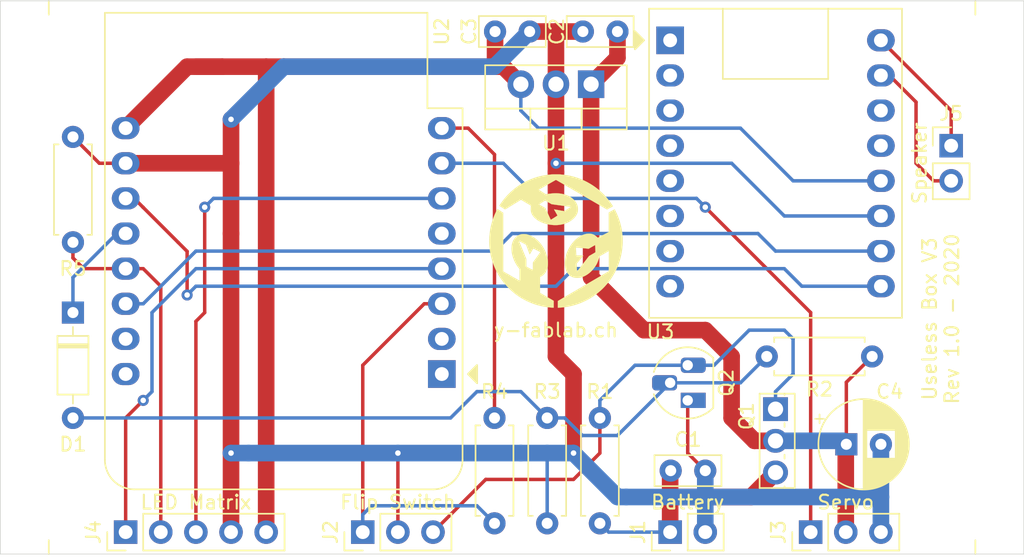
<source format=kicad_pcb>
(kicad_pcb (version 20171130) (host pcbnew "(5.1.6-0-10_14)")

  (general
    (thickness 1.6)
    (drawings 20)
    (tracks 177)
    (zones 0)
    (modules 25)
    (nets 33)
  )

  (page A4)
  (layers
    (0 F.Cu signal)
    (31 B.Cu signal)
    (32 B.Adhes user)
    (33 F.Adhes user)
    (34 B.Paste user)
    (35 F.Paste user)
    (36 B.SilkS user)
    (37 F.SilkS user)
    (38 B.Mask user)
    (39 F.Mask user)
    (40 Dwgs.User user hide)
    (41 Cmts.User user hide)
    (42 Eco1.User user)
    (43 Eco2.User user)
    (44 Edge.Cuts user)
    (45 Margin user)
    (46 B.CrtYd user)
    (47 F.CrtYd user)
    (48 B.Fab user)
    (49 F.Fab user hide)
  )

  (setup
    (last_trace_width 0.25)
    (trace_clearance 0.2)
    (zone_clearance 0.508)
    (zone_45_only no)
    (trace_min 0.2)
    (via_size 0.8)
    (via_drill 0.4)
    (via_min_size 0.4)
    (via_min_drill 0.3)
    (uvia_size 0.3)
    (uvia_drill 0.1)
    (uvias_allowed no)
    (uvia_min_size 0.2)
    (uvia_min_drill 0.1)
    (edge_width 0.05)
    (segment_width 0.2)
    (pcb_text_width 0.3)
    (pcb_text_size 1.5 1.5)
    (mod_edge_width 0.12)
    (mod_text_size 1 1)
    (mod_text_width 0.15)
    (pad_size 1.6 1.6)
    (pad_drill 0.8)
    (pad_to_mask_clearance 0.05)
    (aux_axis_origin 0 0)
    (grid_origin 151 91)
    (visible_elements FFFFFF7F)
    (pcbplotparams
      (layerselection 0x010f0_ffffffff)
      (usegerberextensions false)
      (usegerberattributes true)
      (usegerberadvancedattributes true)
      (creategerberjobfile true)
      (excludeedgelayer true)
      (linewidth 0.100000)
      (plotframeref false)
      (viasonmask false)
      (mode 1)
      (useauxorigin false)
      (hpglpennumber 1)
      (hpglpenspeed 20)
      (hpglpendiameter 15.000000)
      (psnegative false)
      (psa4output false)
      (plotreference true)
      (plotvalue true)
      (plotinvisibletext false)
      (padsonsilk false)
      (subtractmaskfromsilk false)
      (outputformat 1)
      (mirror false)
      (drillshape 0)
      (scaleselection 1)
      (outputdirectory "prod"))
  )

  (net 0 "")
  (net 1 GND)
  (net 2 "Net-(C1-Pad1)")
  (net 3 +6V)
  (net 4 +5V)
  (net 5 "Net-(D1-Pad2)")
  (net 6 N_POWER_OFF)
  (net 7 N_POWER_ON)
  (net 8 "Net-(J2-Pad1)")
  (net 9 "Net-(J3-Pad1)")
  (net 10 "Net-(J4-Pad3)")
  (net 11 "Net-(J4-Pad2)")
  (net 12 "Net-(J4-Pad1)")
  (net 13 "Net-(J5-Pad2)")
  (net 14 "Net-(J5-Pad1)")
  (net 15 +3V3)
  (net 16 "Net-(U2-Pad16)")
  (net 17 "Net-(U2-Pad15)")
  (net 18 "Net-(U2-Pad14)")
  (net 19 "Net-(U2-Pad11)")
  (net 20 "Net-(U2-Pad5)")
  (net 21 "Net-(U2-Pad1)")
  (net 22 "Net-(U2-Pad2)")
  (net 23 "Net-(U3-Pad14)")
  (net 24 "Net-(U3-Pad13)")
  (net 25 "Net-(U3-Pad8)")
  (net 26 "Net-(U3-Pad7)")
  (net 27 "Net-(U3-Pad6)")
  (net 28 "Net-(U3-Pad5)")
  (net 29 "Net-(U3-Pad4)")
  (net 30 "Net-(U3-Pad3)")
  (net 31 "Net-(U3-Pad1)")
  (net 32 "Net-(U3-Pad2)")

  (net_class Default "This is the default net class."
    (clearance 0.2)
    (trace_width 0.25)
    (via_dia 0.8)
    (via_drill 0.4)
    (uvia_dia 0.3)
    (uvia_drill 0.1)
    (add_net +3V3)
    (add_net +6V)
    (add_net GND)
    (add_net N_POWER_OFF)
    (add_net N_POWER_ON)
    (add_net "Net-(C1-Pad1)")
    (add_net "Net-(D1-Pad2)")
    (add_net "Net-(J2-Pad1)")
    (add_net "Net-(J3-Pad1)")
    (add_net "Net-(J4-Pad1)")
    (add_net "Net-(J4-Pad2)")
    (add_net "Net-(J4-Pad3)")
    (add_net "Net-(J5-Pad1)")
    (add_net "Net-(J5-Pad2)")
    (add_net "Net-(U2-Pad1)")
    (add_net "Net-(U2-Pad11)")
    (add_net "Net-(U2-Pad14)")
    (add_net "Net-(U2-Pad15)")
    (add_net "Net-(U2-Pad16)")
    (add_net "Net-(U2-Pad2)")
    (add_net "Net-(U2-Pad5)")
    (add_net "Net-(U3-Pad1)")
    (add_net "Net-(U3-Pad13)")
    (add_net "Net-(U3-Pad14)")
    (add_net "Net-(U3-Pad2)")
    (add_net "Net-(U3-Pad3)")
    (add_net "Net-(U3-Pad4)")
    (add_net "Net-(U3-Pad5)")
    (add_net "Net-(U3-Pad6)")
    (add_net "Net-(U3-Pad7)")
    (add_net "Net-(U3-Pad8)")
  )

  (net_class power ""
    (clearance 0.2)
    (trace_width 1.2)
    (via_dia 1.2)
    (via_drill 0.4)
    (uvia_dia 0.3)
    (uvia_drill 0.1)
    (add_net +5V)
  )

  (module UselessV3:y-fablab_logo_10mm (layer F.Cu) (tedit 5F0B10FA) (tstamp 5F0B6D70)
    (at 154.175 88.46)
    (fp_text reference G*** (at 0 0.762) (layer F.SilkS) hide
      (effects (font (size 1.524 1.524) (thickness 0.3)))
    )
    (fp_text value LOGO (at 0.75 0.762) (layer F.SilkS) hide
      (effects (font (size 1.524 1.524) (thickness 0.3)))
    )
    (fp_poly (pts (xy 4.24354 -2.381108) (xy 4.251442 -2.368906) (xy 4.262674 -2.349118) (xy 4.27673 -2.322778)
      (xy 4.293104 -2.290919) (xy 4.311289 -2.254574) (xy 4.330779 -2.214776) (xy 4.351068 -2.172557)
      (xy 4.371648 -2.128951) (xy 4.392014 -2.084991) (xy 4.41166 -2.041709) (xy 4.430078 -2.000139)
      (xy 4.44508 -1.965293) (xy 4.527803 -1.756512) (xy 4.600416 -1.544856) (xy 4.662894 -1.330659)
      (xy 4.715211 -1.114255) (xy 4.757343 -0.895981) (xy 4.789265 -0.676169) (xy 4.810951 -0.455156)
      (xy 4.822376 -0.233276) (xy 4.823514 -0.010864) (xy 4.814341 0.211746) (xy 4.794832 0.434218)
      (xy 4.764961 0.656218) (xy 4.724703 0.877411) (xy 4.675236 1.092729) (xy 4.614739 1.309963)
      (xy 4.544547 1.523267) (xy 4.464851 1.732352) (xy 4.375843 1.93693) (xy 4.277716 2.136711)
      (xy 4.170663 2.331407) (xy 4.054874 2.520729) (xy 3.930544 2.704388) (xy 3.797863 2.882096)
      (xy 3.657025 3.053563) (xy 3.508221 3.218501) (xy 3.351644 3.376621) (xy 3.187487 3.527634)
      (xy 3.015941 3.671251) (xy 2.897187 3.763029) (xy 2.711484 3.895457) (xy 2.521008 4.01851)
      (xy 2.325985 4.132101) (xy 2.126643 4.236141) (xy 1.923208 4.330541) (xy 1.715906 4.415214)
      (xy 1.504963 4.490069) (xy 1.290605 4.55502) (xy 1.07306 4.609977) (xy 0.852553 4.654852)
      (xy 0.629311 4.689556) (xy 0.484187 4.706481) (xy 0.448173 4.709925) (xy 0.408852 4.713246)
      (xy 0.364796 4.716545) (xy 0.314573 4.719924) (xy 0.256753 4.723483) (xy 0.189907 4.727322)
      (xy 0.183885 4.727658) (xy 0.137583 4.730235) (xy 0.137758 4.485753) (xy 0.137934 4.241271)
      (xy 1.538718 3.423708) (xy 1.65689 3.354738) (xy 1.77545 3.285541) (xy 1.893888 3.216416)
      (xy 2.01169 3.147661) (xy 2.128347 3.079576) (xy 2.243344 3.012459) (xy 2.356172 2.946609)
      (xy 2.466318 2.882325) (xy 2.57327 2.819904) (xy 2.676516 2.759647) (xy 2.775545 2.701851)
      (xy 2.869845 2.646815) (xy 2.958904 2.594838) (xy 3.04221 2.546219) (xy 3.119252 2.501257)
      (xy 3.189518 2.460249) (xy 3.252496 2.423495) (xy 3.307673 2.391293) (xy 3.35454 2.363943)
      (xy 3.379175 2.349566) (xy 3.818847 2.092987) (xy 3.822429 1.360534) (xy 3.822845 1.273371)
      (xy 3.823227 1.189145) (xy 3.823573 1.108457) (xy 3.823881 1.031913) (xy 3.82415 0.960116)
      (xy 3.824378 0.89367) (xy 3.824563 0.833178) (xy 3.824703 0.779245) (xy 3.824797 0.732473)
      (xy 3.824843 0.693467) (xy 3.824839 0.66283) (xy 3.824783 0.641166) (xy 3.824674 0.629079)
      (xy 3.82457 0.62664) (xy 3.819786 0.628749) (xy 3.807193 0.635456) (xy 3.78812 0.646021)
      (xy 3.763897 0.659703) (xy 3.735853 0.675763) (xy 3.722638 0.683397) (xy 3.697267 0.698083)
      (xy 3.664162 0.717235) (xy 3.624751 0.740028) (xy 3.580466 0.765633) (xy 3.532736 0.793225)
      (xy 3.482991 0.821977) (xy 3.432661 0.851062) (xy 3.388741 0.876438) (xy 3.155336 1.011282)
      (xy 3.14874 1.033485) (xy 3.142343 1.053841) (xy 3.132879 1.082388) (xy 3.120962 1.117395)
      (xy 3.107205 1.157128) (xy 3.092222 1.199857) (xy 3.076626 1.243849) (xy 3.06103 1.287372)
      (xy 3.046048 1.328694) (xy 3.032293 1.366084) (xy 3.020379 1.397809) (xy 3.012498 1.418167)
      (xy 2.991089 1.470866) (xy 2.971107 1.516519) (xy 2.95101 1.558236) (xy 2.929257 1.599129)
      (xy 2.904306 1.642308) (xy 2.888508 1.668409) (xy 2.809304 1.789218) (xy 2.724043 1.903318)
      (xy 2.633253 2.0102) (xy 2.537465 2.109352) (xy 2.437209 2.200266) (xy 2.333013 2.28243)
      (xy 2.225407 2.355335) (xy 2.114922 2.418472) (xy 2.103437 2.424381) (xy 1.997397 2.473716)
      (xy 1.892269 2.51338) (xy 1.788382 2.543368) (xy 1.686069 2.563679) (xy 1.585661 2.574311)
      (xy 1.487489 2.575261) (xy 1.391885 2.566528) (xy 1.29918 2.548108) (xy 1.209705 2.52)
      (xy 1.123792 2.482202) (xy 1.041772 2.43471) (xy 1.037141 2.431659) (xy 1.00902 2.41074)
      (xy 0.976937 2.38316) (xy 0.942922 2.350986) (xy 0.908998 2.316285) (xy 0.877193 2.281123)
      (xy 0.849534 2.247567) (xy 0.829467 2.219854) (xy 0.780166 2.137044) (xy 0.738762 2.049591)
      (xy 0.705007 1.956745) (xy 0.678655 1.857754) (xy 0.659459 1.75187) (xy 0.650297 1.674812)
      (xy 0.648209 1.643676) (xy 0.646953 1.604397) (xy 0.646482 1.559233) (xy 0.646749 1.510441)
      (xy 0.647706 1.460278) (xy 0.649306 1.411004) (xy 0.651501 1.364874) (xy 0.654244 1.324147)
      (xy 0.657488 1.291081) (xy 0.658518 1.283229) (xy 0.686683 1.121649) (xy 0.725032 0.962884)
      (xy 0.773484 0.807168) (xy 0.83196 0.654736) (xy 0.900379 0.505824) (xy 0.953585 0.405953)
      (xy 1.443167 0.405953) (xy 1.443501 0.414423) (xy 1.444198 0.424194) (xy 1.444621 0.435288)
      (xy 1.444625 0.43623) (xy 1.4449 0.457498) (xy 1.445684 0.486042) (xy 1.446907 0.520594)
      (xy 1.448502 0.559888) (xy 1.450403 0.602655) (xy 1.452542 0.647627) (xy 1.454852 0.693538)
      (xy 1.457266 0.73912) (xy 1.459716 0.783104) (xy 1.462135 0.824225) (xy 1.464456 0.861214)
      (xy 1.466611 0.892803) (xy 1.468534 0.917725) (xy 1.470157 0.934713) (xy 1.471412 0.942499)
      (xy 1.471497 0.942691) (xy 1.47314 0.94496) (xy 1.476025 0.946851) (xy 1.481057 0.948396)
      (xy 1.489138 0.949631) (xy 1.501172 0.950591) (xy 1.518061 0.95131) (xy 1.54071 0.951822)
      (xy 1.570022 0.952163) (xy 1.606899 0.952366) (xy 1.652245 0.952466) (xy 1.706963 0.952498)
      (xy 1.727915 0.9525) (xy 1.791975 0.952609) (xy 1.847085 0.952934) (xy 1.892977 0.953467)
      (xy 1.929384 0.954205) (xy 1.956039 0.955141) (xy 1.972675 0.95627) (xy 1.979024 0.957586)
      (xy 1.979083 0.957735) (xy 1.975848 0.963599) (xy 1.967035 0.975713) (xy 1.953986 0.99232)
      (xy 1.938038 1.01166) (xy 1.937773 1.011975) (xy 1.926408 1.025447) (xy 1.90902 1.046046)
      (xy 1.886414 1.072819) (xy 1.859398 1.104808) (xy 1.828778 1.14106) (xy 1.795362 1.180618)
      (xy 1.759957 1.222527) (xy 1.723369 1.265832) (xy 1.707394 1.284739) (xy 1.671726 1.327036)
      (xy 1.637881 1.367332) (xy 1.606524 1.404828) (xy 1.578315 1.438723) (xy 1.55392 1.468216)
      (xy 1.534001 1.492507) (xy 1.51922 1.510795) (xy 1.510241 1.52228) (xy 1.507953 1.52551)
      (xy 1.502175 1.537948) (xy 1.498917 1.553651) (xy 1.49764 1.575721) (xy 1.497561 1.585116)
      (xy 1.497802 1.600513) (xy 1.498495 1.624004) (xy 1.499579 1.654303) (xy 1.500992 1.690125)
      (xy 1.502675 1.730187) (xy 1.504565 1.773203) (xy 1.506602 1.817888) (xy 1.508724 1.862957)
      (xy 1.510871 1.907126) (xy 1.512982 1.949109) (xy 1.514996 1.987623) (xy 1.516851 2.021381)
      (xy 1.518486 2.0491) (xy 1.519842 2.069494) (xy 1.520856 2.081279) (xy 1.521233 2.083594)
      (xy 1.525983 2.089506) (xy 1.533792 2.088246) (xy 1.545307 2.079335) (xy 1.561175 2.062294)
      (xy 1.57841 2.04126) (xy 1.586661 2.030742) (xy 1.600936 2.012435) (xy 1.620785 1.986921)
      (xy 1.645757 1.954781) (xy 1.6754 1.916597) (xy 1.709264 1.872951) (xy 1.746896 1.824424)
      (xy 1.787847 1.771598) (xy 1.831664 1.715055) (xy 1.877897 1.655377) (xy 1.926095 1.593144)
      (xy 1.975806 1.52894) (xy 2.004207 1.49225) (xy 2.391271 0.992187) (xy 2.610664 0.866052)
      (xy 2.655036 0.840428) (xy 2.696829 0.816075) (xy 2.735098 0.793559) (xy 2.768893 0.77345)
      (xy 2.797266 0.756315) (xy 2.81927 0.742721) (xy 2.833957 0.733237) (xy 2.840344 0.728469)
      (xy 2.849317 0.716393) (xy 2.854206 0.706959) (xy 2.854853 0.699207) (xy 2.854921 0.682218)
      (xy 2.854474 0.657318) (xy 2.853576 0.625835) (xy 2.85229 0.589095) (xy 2.85068 0.548426)
      (xy 2.848808 0.505153) (xy 2.84674 0.460605) (xy 2.844537 0.416107) (xy 2.842264 0.372986)
      (xy 2.839983 0.332569) (xy 2.837759 0.296184) (xy 2.835655 0.265156) (xy 2.833734 0.240813)
      (xy 2.83206 0.224481) (xy 2.830806 0.217703) (xy 2.823372 0.208313) (xy 2.815625 0.207788)
      (xy 2.80907 0.210917) (xy 2.79437 0.218806) (xy 2.772525 0.230889) (xy 2.744538 0.246603)
      (xy 2.711409 0.265384) (xy 2.674141 0.286668) (xy 2.633735 0.309891) (xy 2.610723 0.323178)
      (xy 2.568223 0.347735) (xy 2.527657 0.371132) (xy 2.490141 0.392729) (xy 2.456793 0.411883)
      (xy 2.428728 0.427955) (xy 2.407064 0.440303) (xy 2.392916 0.448286) (xy 2.389187 0.450345)
      (xy 2.362729 0.464691) (xy 1.914291 0.419351) (xy 1.832841 0.411065) (xy 1.761296 0.403735)
      (xy 1.699021 0.397386) (xy 1.645379 0.392039) (xy 1.599734 0.387719) (xy 1.561451 0.384446)
      (xy 1.529892 0.382245) (xy 1.504422 0.381139) (xy 1.484404 0.381149) (xy 1.469202 0.3823)
      (xy 1.45818 0.384613) (xy 1.450701 0.388112) (xy 1.446131 0.39282) (xy 1.443831 0.398759)
      (xy 1.443167 0.405953) (xy 0.953585 0.405953) (xy 0.965469 0.383646) (xy 1.038266 0.263357)
      (xy 1.116742 0.148747) (xy 1.200376 0.040258) (xy 1.288649 -0.061667) (xy 1.381042 -0.156585)
      (xy 1.477036 -0.244055) (xy 1.57611 -0.323635) (xy 1.677747 -0.394881) (xy 1.781426 -0.457351)
      (xy 1.886628 -0.510604) (xy 1.992834 -0.554197) (xy 2.099524 -0.587687) (xy 2.108729 -0.590087)
      (xy 2.209223 -0.611361) (xy 2.307845 -0.623271) (xy 2.40394 -0.625823) (xy 2.496852 -0.619025)
      (xy 2.585924 -0.602882) (xy 2.650473 -0.584427) (xy 2.69006 -0.570485) (xy 2.724426 -0.556547)
      (xy 2.755656 -0.541385) (xy 2.785835 -0.523772) (xy 2.817049 -0.502482) (xy 2.85138 -0.476288)
      (xy 2.890915 -0.443963) (xy 2.895102 -0.440457) (xy 2.92315 -0.41707) (xy 2.949752 -0.395138)
      (xy 2.973414 -0.375874) (xy 2.992639 -0.360491) (xy 3.005934 -0.350201) (xy 3.009501 -0.347614)
      (xy 3.030735 -0.332899) (xy 3.423013 -0.537847) (xy 3.815291 -0.742794) (xy 3.815291 -2.152498)
      (xy 4.025635 -2.26765) (xy 4.068975 -2.291376) (xy 4.109455 -2.313535) (xy 4.146132 -2.333612)
      (xy 4.178063 -2.351089) (xy 4.204303 -2.365451) (xy 4.223909 -2.37618) (xy 4.235937 -2.38276)
      (xy 4.239475 -2.384692) (xy 4.24354 -2.381108)) (layer F.SilkS) (width 0.01))
    (fp_poly (pts (xy -4.225854 -2.399118) (xy -4.217066 -2.395087) (xy -4.20452 -2.388165) (xy -4.187431 -2.377888)
      (xy -4.165011 -2.36379) (xy -4.136473 -2.345409) (xy -4.10103 -2.322278) (xy -4.057895 -2.293935)
      (xy -4.037542 -2.280529) (xy -3.99652 -2.253472) (xy -3.957806 -2.227899) (xy -3.922388 -2.204464)
      (xy -3.891253 -2.183822) (xy -3.865388 -2.166629) (xy -3.845782 -2.153539) (xy -3.833422 -2.145208)
      (xy -3.829844 -2.14273) (xy -3.815292 -2.132225) (xy -3.814832 2.103437) (xy -3.225041 2.440363)
      (xy -2.63525 2.77729) (xy -2.63525 1.925072) (xy -2.668811 1.884609) (xy -2.754788 1.774521)
      (xy -2.834027 1.660006) (xy -2.90634 1.541736) (xy -2.971543 1.420385) (xy -3.029451 1.296627)
      (xy -3.079876 1.171135) (xy -3.122635 1.044582) (xy -3.157541 0.917642) (xy -3.18441 0.790988)
      (xy -3.203054 0.665294) (xy -3.213289 0.541233) (xy -3.21493 0.419479) (xy -3.20779 0.300705)
      (xy -3.191685 0.185584) (xy -3.16694 0.076651) (xy -3.136681 -0.018905) (xy -3.115368 -0.070174)
      (xy -2.65882 -0.070174) (xy -2.657732 -0.055686) (xy -2.655091 -0.046883) (xy -2.652109 -0.039169)
      (xy -2.645359 -0.022275) (xy -2.635089 0.003188) (xy -2.621547 0.036609) (xy -2.604984 0.077377)
      (xy -2.585648 0.124881) (xy -2.563787 0.17851) (xy -2.539653 0.237653) (xy -2.513492 0.3017)
      (xy -2.485554 0.370038) (xy -2.456089 0.442058) (xy -2.425346 0.517149) (xy -2.393572 0.594698)
      (xy -2.392458 0.597417) (xy -2.137834 1.218647) (xy -2.137834 1.739393) (xy -2.125928 1.756572)
      (xy -2.121282 1.761716) (xy -2.113291 1.768119) (xy -2.101176 1.776221) (xy -2.084162 1.786462)
      (xy -2.061472 1.799281) (xy -2.03233 1.815119) (xy -1.995959 1.834416) (xy -1.951583 1.85761)
      (xy -1.905 1.881747) (xy -1.847089 1.911477) (xy -1.797617 1.936466) (xy -1.75673 1.956646)
      (xy -1.724573 1.971946) (xy -1.701291 1.982297) (xy -1.687028 1.987629) (xy -1.68275 1.988382)
      (xy -1.669521 1.987021) (xy -1.666875 1.722437) (xy -1.66423 1.457854) (xy -1.402954 1.095709)
      (xy -1.34958 1.021575) (xy -1.302198 0.955441) (xy -1.26085 0.897364) (xy -1.225578 0.847405)
      (xy -1.196421 0.805622) (xy -1.173421 0.772074) (xy -1.15662 0.746821) (xy -1.146059 0.729921)
      (xy -1.141778 0.721434) (xy -1.141678 0.720809) (xy -1.145377 0.707255) (xy -1.151599 0.698296)
      (xy -1.159191 0.693018) (xy -1.174927 0.68376) (xy -1.197702 0.671084) (xy -1.226411 0.655556)
      (xy -1.259949 0.637739) (xy -1.297211 0.618199) (xy -1.33709 0.597499) (xy -1.378482 0.576203)
      (xy -1.420282 0.554877) (xy -1.461383 0.534084) (xy -1.500681 0.514389) (xy -1.537071 0.496356)
      (xy -1.569447 0.480549) (xy -1.596703 0.467533) (xy -1.617735 0.457873) (xy -1.631437 0.452132)
      (xy -1.636452 0.450747) (xy -1.640271 0.452772) (xy -1.645732 0.458414) (xy -1.653269 0.468364)
      (xy -1.663315 0.483316) (xy -1.676306 0.50396) (xy -1.692675 0.530988) (xy -1.712856 0.565091)
      (xy -1.737283 0.606963) (xy -1.76639 0.657293) (xy -1.770315 0.664104) (xy -1.797104 0.710318)
      (xy -1.821813 0.752399) (xy -1.843971 0.789581) (xy -1.863109 0.821096) (xy -1.878758 0.846177)
      (xy -1.890448 0.864055) (xy -1.897711 0.873965) (xy -1.899804 0.875771) (xy -1.903056 0.87145)
      (xy -1.909242 0.858377) (xy -1.918427 0.836385) (xy -1.930674 0.805305) (xy -1.946048 0.764969)
      (xy -1.964614 0.715212) (xy -1.986434 0.655865) (xy -2.011575 0.58676) (xy -2.026656 0.545042)
      (xy -2.047226 0.488074) (xy -2.06689 0.433688) (xy -2.085331 0.38276) (xy -2.10223 0.336167)
      (xy -2.117268 0.294786) (xy -2.130127 0.259493) (xy -2.140487 0.231164) (xy -2.148031 0.210677)
      (xy -2.152439 0.198907) (xy -2.153271 0.196792) (xy -2.162723 0.181462) (xy -2.17588 0.167834)
      (xy -2.176974 0.166991) (xy -2.18418 0.162658) (xy -2.199648 0.154086) (xy -2.222229 0.141876)
      (xy -2.250771 0.126626) (xy -2.284127 0.108939) (xy -2.321145 0.089414) (xy -2.360676 0.068652)
      (xy -2.401571 0.047253) (xy -2.442678 0.025817) (xy -2.482849 0.004945) (xy -2.520934 -0.014763)
      (xy -2.555782 -0.032706) (xy -2.586244 -0.048284) (xy -2.61117 -0.060896) (xy -2.629411 -0.069943)
      (xy -2.639815 -0.074824) (xy -2.641022 -0.07531) (xy -2.653204 -0.076807) (xy -2.65882 -0.070174)
      (xy -3.115368 -0.070174) (xy -3.100271 -0.106488) (xy -3.057136 -0.187117) (xy -3.006701 -0.261814)
      (xy -2.94839 -0.3316) (xy -2.921119 -0.359986) (xy -2.856514 -0.419092) (xy -2.789756 -0.468841)
      (xy -2.719378 -0.510023) (xy -2.643915 -0.543429) (xy -2.561898 -0.569852) (xy -2.50825 -0.58283)
      (xy -2.488145 -0.586889) (xy -2.469314 -0.589934) (xy -2.4497 -0.592106) (xy -2.427243 -0.593547)
      (xy -2.399884 -0.594401) (xy -2.365565 -0.594809) (xy -2.333625 -0.594909) (xy -2.285906 -0.594665)
      (xy -2.246087 -0.593623) (xy -2.211499 -0.591473) (xy -2.17947 -0.587903) (xy -2.14733 -0.582602)
      (xy -2.112408 -0.575259) (xy -2.072032 -0.565563) (xy -2.063638 -0.563458) (xy -1.973628 -0.536796)
      (xy -1.880649 -0.501719) (xy -1.786683 -0.459165) (xy -1.693708 -0.410076) (xy -1.603705 -0.355391)
      (xy -1.553105 -0.321098) (xy -1.439032 -0.234255) (xy -1.329866 -0.138516) (xy -1.226095 -0.034604)
      (xy -1.12821 0.076761) (xy -1.0367 0.194854) (xy -0.952056 0.318955) (xy -0.874768 0.44834)
      (xy -0.805325 0.582289) (xy -0.744218 0.720078) (xy -0.691937 0.860985) (xy -0.648971 1.004289)
      (xy -0.645908 1.016) (xy -0.624817 1.103919) (xy -0.608647 1.186678) (xy -0.596991 1.267527)
      (xy -0.589442 1.349714) (xy -0.585592 1.436488) (xy -0.584881 1.502833) (xy -0.585309 1.560407)
      (xy -0.586618 1.609829) (xy -0.589046 1.653511) (xy -0.592829 1.693866) (xy -0.598205 1.733306)
      (xy -0.605413 1.774243) (xy -0.614689 1.81909) (xy -0.617118 1.830114) (xy -0.643473 1.928069)
      (xy -0.67764 2.020923) (xy -0.719202 2.108117) (xy -0.767741 2.189091) (xy -0.82284 2.263284)
      (xy -0.884083 2.330136) (xy -0.951052 2.389087) (xy -1.02333 2.439578) (xy -1.1005 2.481048)
      (xy -1.102659 2.482043) (xy -1.153584 2.505403) (xy -1.153462 3.079649) (xy -1.153341 3.653896)
      (xy -0.658692 3.941877) (xy -0.164042 4.229859) (xy -0.164042 4.725458) (xy -0.223573 4.724793)
      (xy -0.250779 4.724083) (xy -0.284789 4.722588) (xy -0.321871 4.720504) (xy -0.35829 4.718027)
      (xy -0.370328 4.717092) (xy -0.599397 4.693467) (xy -0.825117 4.659843) (xy -1.047372 4.616262)
      (xy -1.266049 4.562768) (xy -1.481033 4.499403) (xy -1.692208 4.426212) (xy -1.899461 4.343237)
      (xy -2.102675 4.250522) (xy -2.301738 4.14811) (xy -2.496533 4.036044) (xy -2.686946 3.914367)
      (xy -2.872863 3.783123) (xy -2.897188 3.764991) (xy -2.981949 3.700152) (xy -3.06216 3.636046)
      (xy -3.139536 3.571156) (xy -3.215792 3.503964) (xy -3.292644 3.432949) (xy -3.371808 3.356595)
      (xy -3.454998 3.273382) (xy -3.471568 3.256499) (xy -3.618353 3.099074) (xy -3.75819 2.933958)
      (xy -3.89076 2.76171) (xy -4.015744 2.582891) (xy -4.13282 2.39806) (xy -4.24167 2.207779)
      (xy -4.341974 2.012606) (xy -4.433412 1.813101) (xy -4.515663 1.609825) (xy -4.588409 1.403338)
      (xy -4.65133 1.1942) (xy -4.653154 1.187556) (xy -4.707509 0.969017) (xy -4.751557 0.748402)
      (xy -4.785277 0.526122) (xy -4.808649 0.302589) (xy -4.821652 0.078214) (xy -4.824266 -0.14659)
      (xy -4.81647 -0.371413) (xy -4.798244 -0.595841) (xy -4.769566 -0.819464) (xy -4.757145 -0.896938)
      (xy -4.714538 -1.118608) (xy -4.662109 -1.336431) (xy -4.599757 -1.550755) (xy -4.527375 -1.761929)
      (xy -4.444859 -1.970303) (xy -4.414757 -2.039938) (xy -4.403578 -2.06467) (xy -4.389529 -2.094826)
      (xy -4.373279 -2.129058) (xy -4.355494 -2.166016) (xy -4.336841 -2.20435) (xy -4.317986 -2.242713)
      (xy -4.299596 -2.279756) (xy -4.282337 -2.314128) (xy -4.266877 -2.344481) (xy -4.253882 -2.369467)
      (xy -4.244018 -2.387736) (xy -4.237953 -2.397939) (xy -4.237551 -2.398504) (xy -4.23531 -2.400362)
      (xy -4.231673 -2.400721) (xy -4.225854 -2.399118)) (layer F.SilkS) (width 0.01))
    (fp_poly (pts (xy 0.084239 -4.91298) (xy 0.142923 -4.912403) (xy 0.197907 -4.911516) (xy 0.247602 -4.910321)
      (xy 0.290423 -4.908816) (xy 0.324782 -4.907002) (xy 0.333375 -4.906384) (xy 0.563469 -4.883542)
      (xy 0.788916 -4.851241) (xy 1.009969 -4.8094) (xy 1.226886 -4.757936) (xy 1.439921 -4.69677)
      (xy 1.649331 -4.625821) (xy 1.855371 -4.545006) (xy 2.058297 -4.454246) (xy 2.258365 -4.35346)
      (xy 2.45583 -4.242565) (xy 2.487083 -4.223949) (xy 2.665792 -4.111431) (xy 2.837212 -3.9927)
      (xy 3.002508 -3.866842) (xy 3.162846 -3.732945) (xy 3.319392 -3.590096) (xy 3.410887 -3.500807)
      (xy 3.497278 -3.412744) (xy 3.576828 -3.327913) (xy 3.651639 -3.243896) (xy 3.723819 -3.158273)
      (xy 3.795472 -3.068625) (xy 3.857133 -2.987988) (xy 3.879554 -2.957678) (xy 3.90401 -2.923819)
      (xy 3.929834 -2.887408) (xy 3.956359 -2.84944) (xy 3.982917 -2.810912) (xy 4.00884 -2.772818)
      (xy 4.03346 -2.736155) (xy 4.056111 -2.701918) (xy 4.076123 -2.671103) (xy 4.092831 -2.644705)
      (xy 4.105566 -2.623721) (xy 4.113661 -2.609146) (xy 4.116448 -2.601976) (xy 4.116269 -2.60148)
      (xy 4.11136 -2.598688) (xy 4.098098 -2.591335) (xy 4.077419 -2.579935) (xy 4.050259 -2.565001)
      (xy 4.017553 -2.547047) (xy 3.980235 -2.526586) (xy 3.939241 -2.504134) (xy 3.903802 -2.48474)
      (xy 3.693333 -2.369609) (xy 3.657739 -2.390668) (xy 3.647107 -2.396908) (xy 3.628181 -2.407963)
      (xy 3.60182 -2.423332) (xy 3.568882 -2.442515) (xy 3.530227 -2.465012) (xy 3.486713 -2.490324)
      (xy 3.439199 -2.517952) (xy 3.388544 -2.547394) (xy 3.335606 -2.578153) (xy 3.309937 -2.593063)
      (xy 3.24499 -2.630788) (xy 3.173157 -2.672516) (xy 3.096586 -2.716999) (xy 3.017421 -2.762992)
      (xy 2.937808 -2.809248) (xy 2.859893 -2.854521) (xy 2.785821 -2.897562) (xy 2.717738 -2.937127)
      (xy 2.688166 -2.954313) (xy 2.62667 -2.990053) (xy 2.557939 -3.029997) (xy 2.483889 -3.073031)
      (xy 2.406436 -3.118042) (xy 2.327495 -3.163917) (xy 2.248982 -3.209542) (xy 2.172812 -3.253804)
      (xy 2.100903 -3.29559) (xy 2.039937 -3.331016) (xy 1.98699 -3.361782) (xy 1.926083 -3.397174)
      (xy 1.858403 -3.436501) (xy 1.785141 -3.479071) (xy 1.707485 -3.524195) (xy 1.626626 -3.57118)
      (xy 1.543753 -3.619335) (xy 1.460054 -3.66797) (xy 1.37672 -3.716393) (xy 1.29494 -3.763914)
      (xy 1.215903 -3.80984) (xy 1.177395 -3.832216) (xy 1.100596 -3.876843) (xy 1.020729 -3.923254)
      (xy 0.938953 -3.970777) (xy 0.856428 -4.018737) (xy 0.77431 -4.066461) (xy 0.693761 -4.113275)
      (xy 0.615938 -4.158506) (xy 0.542 -4.201481) (xy 0.473106 -4.241526) (xy 0.410415 -4.277967)
      (xy 0.355086 -4.310131) (xy 0.328498 -4.325589) (xy 0.274668 -4.356787) (xy 0.223391 -4.386315)
      (xy 0.175418 -4.413754) (xy 0.131497 -4.438684) (xy 0.092378 -4.460685) (xy 0.05881 -4.479337)
      (xy 0.031543 -4.494221) (xy 0.011326 -4.504918) (xy -0.001093 -4.511007) (xy -0.004877 -4.51229)
      (xy -0.010365 -4.509451) (xy -0.024382 -4.501729) (xy -0.046276 -4.489494) (xy -0.075395 -4.473119)
      (xy -0.111085 -4.452975) (xy -0.152695 -4.429436) (xy -0.199572 -4.402872) (xy -0.251063 -4.373656)
      (xy -0.306516 -4.34216) (xy -0.365278 -4.308757) (xy -0.426696 -4.273817) (xy -0.490119 -4.237714)
      (xy -0.554892 -4.200818) (xy -0.620365 -4.163503) (xy -0.685884 -4.12614) (xy -0.750797 -4.089102)
      (xy -0.814451 -4.052759) (xy -0.876193 -4.017485) (xy -0.935372 -3.983652) (xy -0.991334 -3.951631)
      (xy -1.043427 -3.921794) (xy -1.090998 -3.894514) (xy -1.133395 -3.870163) (xy -1.169965 -3.849112)
      (xy -1.200056 -3.831734) (xy -1.223015 -3.818401) (xy -1.23819 -3.809484) (xy -1.244927 -3.805357)
      (xy -1.245189 -3.805155) (xy -1.241644 -3.801615) (xy -1.229927 -3.792917) (xy -1.210802 -3.779574)
      (xy -1.185037 -3.762096) (xy -1.153395 -3.740994) (xy -1.116644 -3.716778) (xy -1.075547 -3.68996)
      (xy -1.030872 -3.661051) (xy -0.988272 -3.63369) (xy -0.727061 -3.466495) (xy -0.630523 -3.484553)
      (xy -0.478192 -3.510304) (xy -0.332761 -3.529176) (xy -0.193135 -3.541224) (xy -0.05822 -3.5465)
      (xy 0.073082 -3.545059) (xy 0.201864 -3.536956) (xy 0.275166 -3.529305) (xy 0.402114 -3.510295)
      (xy 0.526654 -3.48406) (xy 0.647628 -3.450998) (xy 0.763877 -3.411504) (xy 0.874241 -3.365973)
      (xy 0.97756 -3.314801) (xy 1.072676 -3.258384) (xy 1.076854 -3.255657) (xy 1.171209 -3.188342)
      (xy 1.256484 -3.116122) (xy 1.332569 -3.039154) (xy 1.399355 -2.957592) (xy 1.456731 -2.871591)
      (xy 1.504589 -2.781306) (xy 1.542818 -2.686893) (xy 1.571309 -2.588505) (xy 1.580985 -2.542646)
      (xy 1.585165 -2.512651) (xy 1.588154 -2.475319) (xy 1.589957 -2.433145) (xy 1.590577 -2.388621)
      (xy 1.590019 -2.34424) (xy 1.588285 -2.302495) (xy 1.585379 -2.26588) (xy 1.581305 -2.236888)
      (xy 1.580537 -2.233083) (xy 1.556129 -2.143829) (xy 1.521589 -2.056261) (xy 1.477293 -1.97082)
      (xy 1.423619 -1.887943) (xy 1.360942 -1.808072) (xy 1.28964 -1.731645) (xy 1.21009 -1.659101)
      (xy 1.122669 -1.590882) (xy 1.027754 -1.527425) (xy 0.925722 -1.469171) (xy 0.925121 -1.468855)
      (xy 0.801367 -1.409723) (xy 0.671899 -1.359438) (xy 0.536881 -1.318043) (xy 0.396478 -1.285585)
      (xy 0.250852 -1.262106) (xy 0.119062 -1.248949) (xy 0.088165 -1.247231) (xy 0.050187 -1.24592)
      (xy 0.007791 -1.245035) (xy -0.036359 -1.244595) (xy -0.079602 -1.244616) (xy -0.119272 -1.245117)
      (xy -0.152709 -1.246115) (xy -0.169334 -1.247006) (xy -0.272165 -1.255036) (xy -0.366623 -1.264765)
      (xy -0.454834 -1.276565) (xy -0.538925 -1.29081) (xy -0.621023 -1.307872) (xy -0.703255 -1.328122)
      (xy -0.787747 -1.351935) (xy -0.814733 -1.360099) (xy -0.93368 -1.400317) (xy -1.047365 -1.446163)
      (xy -1.155256 -1.497254) (xy -1.256819 -1.553207) (xy -1.351521 -1.613636) (xy -1.438829 -1.678159)
      (xy -1.518209 -1.746391) (xy -1.58913 -1.817948) (xy -1.651058 -1.892446) (xy -1.70346 -1.969502)
      (xy -1.732268 -2.020989) (xy -1.76227 -2.084216) (xy -1.785015 -2.14372) (xy -1.801325 -2.202616)
      (xy -1.812018 -2.264019) (xy -1.817914 -2.331045) (xy -1.818753 -2.3495) (xy -1.819241 -2.374603)
      (xy -1.819126 -2.405658) (xy -1.818489 -2.44076) (xy -1.817408 -2.478004) (xy -1.815962 -2.515486)
      (xy -1.814233 -2.5513) (xy -1.812298 -2.583542) (xy -1.810239 -2.610305) (xy -1.808133 -2.629687)
      (xy -1.806716 -2.637677) (xy -1.807087 -2.640183) (xy -1.809634 -2.643683) (xy -1.81492 -2.648531)
      (xy -1.823511 -2.655081) (xy -1.835972 -2.663687) (xy -1.852868 -2.674704) (xy -1.874763 -2.688485)
      (xy -1.902222 -2.705384) (xy -1.93581 -2.725756) (xy -1.950905 -2.734824) (xy -1.210146 -2.734824)
      (xy -1.209083 -2.732874) (xy -1.20357 -2.728682) (xy -1.189781 -2.719786) (xy -1.168629 -2.706731)
      (xy -1.141025 -2.690065) (xy -1.107882 -2.670333) (xy -1.070112 -2.648083) (xy -1.028629 -2.623861)
      (xy -0.984345 -2.598212) (xy -0.981672 -2.596671) (xy -0.75949 -2.468563) (xy -0.576051 -2.061305)
      (xy -0.544932 -1.992403) (xy -0.515715 -1.92808) (xy -0.48866 -1.868894) (xy -0.464027 -1.815402)
      (xy -0.442079 -1.768163) (xy -0.423075 -1.727734) (xy -0.407277 -1.694675) (xy -0.394945 -1.669542)
      (xy -0.386341 -1.652894) (xy -0.381725 -1.645289) (xy -0.381419 -1.644983) (xy -0.368692 -1.638775)
      (xy -0.355054 -1.64027) (xy -0.347473 -1.643987) (xy -0.332004 -1.652832) (xy -0.309651 -1.666191)
      (xy -0.281413 -1.683448) (xy -0.248294 -1.703988) (xy -0.211295 -1.727196) (xy -0.171418 -1.752456)
      (xy -0.147452 -1.76775) (xy -0.094303 -1.801761) (xy -0.049367 -1.830538) (xy -0.011943 -1.854557)
      (xy 0.018671 -1.87429) (xy 0.043174 -1.890211) (xy 0.062268 -1.902795) (xy 0.076654 -1.912514)
      (xy 0.087032 -1.919842) (xy 0.094102 -1.925253) (xy 0.098567 -1.929221) (xy 0.101126 -1.932219)
      (xy 0.10248 -1.934721) (xy 0.10333 -1.937201) (xy 0.103355 -1.937279) (xy 0.101907 -1.943881)
      (xy 0.095656 -1.958096) (xy 0.084479 -1.980155) (xy 0.068251 -2.010289) (xy 0.046846 -2.048729)
      (xy 0.020142 -2.095705) (xy -0.011987 -2.151448) (xy -0.013554 -2.154152) (xy -0.038389 -2.197114)
      (xy -0.061602 -2.237501) (xy -0.082648 -2.274343) (xy -0.100977 -2.306672) (xy -0.116043 -2.333519)
      (xy -0.127299 -2.353914) (xy -0.134197 -2.36689) (xy -0.136198 -2.371231) (xy -0.135507 -2.379682)
      (xy -0.131586 -2.381375) (xy -0.125283 -2.380484) (xy -0.109426 -2.377869) (xy -0.084877 -2.37368)
      (xy -0.052499 -2.36807) (xy -0.013154 -2.361189) (xy 0.032296 -2.353188) (xy 0.082989 -2.344218)
      (xy 0.138063 -2.334431) (xy 0.196655 -2.323978) (xy 0.234891 -2.317135) (xy 0.594136 -2.252771)
      (xy 0.618536 -2.263232) (xy 0.628247 -2.268339) (xy 0.645577 -2.278445) (xy 0.669404 -2.292835)
      (xy 0.698601 -2.310792) (xy 0.732046 -2.3316) (xy 0.768614 -2.354542) (xy 0.80718 -2.378904)
      (xy 0.846621 -2.403968) (xy 0.885812 -2.429019) (xy 0.923629 -2.453341) (xy 0.958947 -2.476217)
      (xy 0.990643 -2.496932) (xy 1.017591 -2.514769) (xy 1.038669 -2.529013) (xy 1.052751 -2.538947)
      (xy 1.05814 -2.543228) (xy 1.062787 -2.547629) (xy 1.066382 -2.551454) (xy 1.068224 -2.554854)
      (xy 1.067615 -2.557976) (xy 1.063856 -2.560971) (xy 1.056246 -2.563987) (xy 1.044087 -2.567174)
      (xy 1.02668 -2.57068) (xy 1.003324 -2.574654) (xy 0.973321 -2.579246) (xy 0.935971 -2.584604)
      (xy 0.890574 -2.590879) (xy 0.836433 -2.598218) (xy 0.772846 -2.606771) (xy 0.738187 -2.611429)
      (xy 0.636771 -2.62508) (xy 0.533017 -2.639076) (xy 0.428504 -2.653203) (xy 0.324811 -2.667245)
      (xy 0.223517 -2.68099) (xy 0.1262 -2.694222) (xy 0.03444 -2.706728) (xy -0.050186 -2.718292)
      (xy -0.126098 -2.728702) (xy -0.134938 -2.729917) (xy -0.314855 -2.754655) (xy -0.536249 -2.882823)
      (xy -0.580768 -2.908516) (xy -0.622789 -2.932614) (xy -0.661366 -2.954586) (xy -0.695556 -2.973901)
      (xy -0.724414 -2.990029) (xy -0.746997 -3.002438) (xy -0.762359 -3.010599) (xy -0.769557 -3.013979)
      (xy -0.769654 -3.014006) (xy -0.782454 -3.01401) (xy -0.798148 -3.010078) (xy -0.800412 -3.009187)
      (xy -0.809458 -3.004411) (xy -0.826123 -2.994632) (xy -0.849231 -2.980602) (xy -0.877604 -2.96307)
      (xy -0.910067 -2.942787) (xy -0.945442 -2.920505) (xy -0.982553 -2.896975) (xy -1.020222 -2.872946)
      (xy -1.057274 -2.849171) (xy -1.092531 -2.826399) (xy -1.124817 -2.805382) (xy -1.152955 -2.786871)
      (xy -1.175768 -2.771616) (xy -1.192079 -2.760368) (xy -1.200713 -2.753879) (xy -1.201146 -2.753485)
      (xy -1.209807 -2.743007) (xy -1.210146 -2.734824) (xy -1.950905 -2.734824) (xy -1.976093 -2.749955)
      (xy -2.023634 -2.778334) (xy -2.078999 -2.811247) (xy -2.142753 -2.849049) (xy -2.164443 -2.861896)
      (xy -2.22099 -2.895301) (xy -2.274975 -2.927038) (xy -2.325697 -2.956706) (xy -2.372458 -2.983902)
      (xy -2.414557 -3.008224) (xy -2.451293 -3.029268) (xy -2.481966 -3.046634) (xy -2.505877 -3.059919)
      (xy -2.522326 -3.06872) (xy -2.530611 -3.072635) (xy -2.53143 -3.072788) (xy -2.537068 -3.069618)
      (xy -2.550878 -3.061426) (xy -2.572013 -3.048725) (xy -2.599625 -3.032029) (xy -2.632867 -3.011853)
      (xy -2.670893 -2.988709) (xy -2.712853 -2.963113) (xy -2.757901 -2.935578) (xy -2.783744 -2.919759)
      (xy -2.889103 -2.855232) (xy -2.985814 -2.796011) (xy -3.074251 -2.741869) (xy -3.154788 -2.692581)
      (xy -3.227801 -2.647924) (xy -3.293665 -2.607671) (xy -3.352754 -2.571597) (xy -3.405444 -2.539478)
      (xy -3.452108 -2.511088) (xy -3.493123 -2.486202) (xy -3.528862 -2.464596) (xy -3.5597 -2.446043)
      (xy -3.586013 -2.430319) (xy -3.608175 -2.417199) (xy -3.626562 -2.406458) (xy -3.641547 -2.39787)
      (xy -3.653506 -2.391211) (xy -3.662813 -2.386255) (xy -3.669844 -2.382778) (xy -3.674973 -2.380553)
      (xy -3.678575 -2.379357) (xy -3.681025 -2.378964) (xy -3.682698 -2.379149) (xy -3.683493 -2.379448)
      (xy -3.691203 -2.383761) (xy -3.706353 -2.392881) (xy -3.727865 -2.406121) (xy -3.75466 -2.422796)
      (xy -3.785659 -2.44222) (xy -3.819783 -2.463706) (xy -3.855953 -2.486571) (xy -3.89309 -2.510127)
      (xy -3.930115 -2.533689) (xy -3.965948 -2.556571) (xy -3.999512 -2.578087) (xy -4.029726 -2.597553)
      (xy -4.055513 -2.614281) (xy -4.075792 -2.627586) (xy -4.089486 -2.636782) (xy -4.095515 -2.641184)
      (xy -4.095706 -2.641433) (xy -4.092888 -2.646568) (xy -4.084898 -2.659361) (xy -4.072469 -2.678685)
      (xy -4.056331 -2.703416) (xy -4.037217 -2.732425) (xy -4.015857 -2.764588) (xy -4.009761 -2.773725)
      (xy -3.879169 -2.959895) (xy -3.741075 -3.138643) (xy -3.595644 -3.309842) (xy -3.443045 -3.47336)
      (xy -3.283446 -3.629069) (xy -3.117012 -3.77684) (xy -2.943913 -3.916542) (xy -2.764315 -4.048047)
      (xy -2.578385 -4.171224) (xy -2.386292 -4.285946) (xy -2.188202 -4.392082) (xy -1.984284 -4.489502)
      (xy -1.774703 -4.578079) (xy -1.582787 -4.649635) (xy -1.381803 -4.714771) (xy -1.176257 -4.771015)
      (xy -0.965807 -4.818435) (xy -0.750109 -4.857104) (xy -0.528821 -4.88709) (xy -0.328084 -4.906438)
      (xy -0.296909 -4.908342) (xy -0.256742 -4.909935) (xy -0.20917 -4.911218) (xy -0.155779 -4.91219)
      (xy -0.098156 -4.912852) (xy -0.037888 -4.913205) (xy 0.023439 -4.913247) (xy 0.084239 -4.91298)) (layer F.SilkS) (width 0.01))
  )

  (module Module:WEMOS_D1_mini_light (layer F.Cu) (tedit 5BBFB1CE) (tstamp 5F017B33)
    (at 145.92 97.985 180)
    (descr "16-pin module, column spacing 22.86 mm (900 mils), https://wiki.wemos.cc/products:d1:d1_mini, https://c1.staticflickr.com/1/734/31400410271_f278b087db_z.jpg")
    (tags "ESP8266 WiFi microcontroller")
    (path /5ED39B26)
    (fp_text reference U2 (at 0 24.765 270) (layer F.SilkS)
      (effects (font (size 1 1) (thickness 0.15)))
    )
    (fp_text value WeMos_D1_mini (at 11.7 0) (layer F.Fab)
      (effects (font (size 1 1) (thickness 0.15)))
    )
    (fp_line (start 1.04 26.12) (end 24.36 26.12) (layer F.SilkS) (width 0.12))
    (fp_line (start -1.5 19.22) (end -1.5 -6.21) (layer F.SilkS) (width 0.12))
    (fp_line (start 24.36 26.12) (end 24.36 -6.21) (layer F.SilkS) (width 0.12))
    (fp_line (start 22.24 -8.34) (end 0.63 -8.34) (layer F.SilkS) (width 0.12))
    (fp_line (start 1.17 25.99) (end 24.23 25.99) (layer F.Fab) (width 0.1))
    (fp_line (start 24.23 25.99) (end 24.23 -6.21) (layer F.Fab) (width 0.1))
    (fp_line (start 22.23 -8.21) (end 0.63 -8.21) (layer F.Fab) (width 0.1))
    (fp_line (start -1.37 1) (end -1.37 19.09) (layer F.Fab) (width 0.1))
    (fp_line (start -1.62 -8.46) (end 24.48 -8.46) (layer F.CrtYd) (width 0.05))
    (fp_line (start 24.48 -8.41) (end 24.48 26.24) (layer F.CrtYd) (width 0.05))
    (fp_line (start 24.48 26.24) (end -1.62 26.24) (layer F.CrtYd) (width 0.05))
    (fp_line (start -1.62 26.24) (end -1.62 -8.46) (layer F.CrtYd) (width 0.05))
    (fp_poly (pts (xy -2.54 -0.635) (xy -2.54 0.635) (xy -1.905 0)) (layer F.SilkS) (width 0.15))
    (fp_line (start -1.35 -1.4) (end 24.25 -1.4) (layer Dwgs.User) (width 0.1))
    (fp_line (start 24.25 -1.4) (end 24.25 -8.2) (layer Dwgs.User) (width 0.1))
    (fp_line (start 24.25 -8.2) (end -1.35 -8.2) (layer Dwgs.User) (width 0.1))
    (fp_line (start -1.35 -8.2) (end -1.35 -1.4) (layer Dwgs.User) (width 0.1))
    (fp_line (start -1.35 -1.4) (end 5.45 -8.2) (layer Dwgs.User) (width 0.1))
    (fp_line (start 0.65 -1.4) (end 7.45 -8.2) (layer Dwgs.User) (width 0.1))
    (fp_line (start 2.65 -1.4) (end 9.45 -8.2) (layer Dwgs.User) (width 0.1))
    (fp_line (start 4.65 -1.4) (end 11.45 -8.2) (layer Dwgs.User) (width 0.1))
    (fp_line (start 6.65 -1.4) (end 13.45 -8.2) (layer Dwgs.User) (width 0.1))
    (fp_line (start 8.65 -1.4) (end 15.45 -8.2) (layer Dwgs.User) (width 0.1))
    (fp_line (start 10.65 -1.4) (end 17.45 -8.2) (layer Dwgs.User) (width 0.1))
    (fp_line (start 12.65 -1.4) (end 19.45 -8.2) (layer Dwgs.User) (width 0.1))
    (fp_line (start 14.65 -1.4) (end 21.45 -8.2) (layer Dwgs.User) (width 0.1))
    (fp_line (start 16.65 -1.4) (end 23.45 -8.2) (layer Dwgs.User) (width 0.1))
    (fp_line (start 18.65 -1.4) (end 24.25 -7) (layer Dwgs.User) (width 0.1))
    (fp_line (start 20.65 -1.4) (end 24.25 -5) (layer Dwgs.User) (width 0.1))
    (fp_line (start 22.65 -1.4) (end 24.25 -3) (layer Dwgs.User) (width 0.1))
    (fp_line (start -1.35 -3.4) (end 3.45 -8.2) (layer Dwgs.User) (width 0.1))
    (fp_line (start -1.3 -5.45) (end 1.45 -8.2) (layer Dwgs.User) (width 0.1))
    (fp_line (start -1.35 -7.4) (end -0.55 -8.2) (layer Dwgs.User) (width 0.1))
    (fp_line (start -1.37 19.09) (end 1.17 19.09) (layer F.Fab) (width 0.1))
    (fp_line (start 1.17 19.09) (end 1.17 25.99) (layer F.Fab) (width 0.1))
    (fp_line (start -1.37 -6.21) (end -1.37 -1) (layer F.Fab) (width 0.1))
    (fp_line (start -1.37 1) (end -0.37 0) (layer F.Fab) (width 0.1))
    (fp_line (start -0.37 0) (end -1.37 -1) (layer F.Fab) (width 0.1))
    (fp_line (start -1.5 19.22) (end 1.04 19.22) (layer F.SilkS) (width 0.12))
    (fp_line (start 1.04 19.22) (end 1.04 26.12) (layer F.SilkS) (width 0.12))
    (fp_text user "No copper" (at 11.43 -3.81) (layer Cmts.User)
      (effects (font (size 1 1) (thickness 0.15)))
    )
    (fp_text user "KEEP OUT" (at 11.43 -6.35) (layer Cmts.User)
      (effects (font (size 1 1) (thickness 0.15)))
    )
    (fp_arc (start 22.23 -6.21) (end 24.36 -6.21) (angle -90) (layer F.SilkS) (width 0.12))
    (fp_arc (start 0.63 -6.21) (end 0.63 -8.34) (angle -90) (layer F.SilkS) (width 0.12))
    (fp_arc (start 22.23 -6.21) (end 24.23 -6.19) (angle -90) (layer F.Fab) (width 0.1))
    (fp_arc (start 0.63 -6.21) (end 0.63 -8.21) (angle -90) (layer F.Fab) (width 0.1))
    (fp_text user %R (at 11.43 10) (layer F.Fab)
      (effects (font (size 1 1) (thickness 0.15)))
    )
    (pad 16 thru_hole oval (at 22.86 0 180) (size 2 1.6) (drill 1) (layers *.Cu *.Mask)
      (net 16 "Net-(U2-Pad16)"))
    (pad 15 thru_hole oval (at 22.86 2.54 180) (size 2 1.6) (drill 1) (layers *.Cu *.Mask)
      (net 17 "Net-(U2-Pad15)"))
    (pad 14 thru_hole oval (at 22.86 5.08 180) (size 2 1.6) (drill 1) (layers *.Cu *.Mask)
      (net 18 "Net-(U2-Pad14)"))
    (pad 13 thru_hole oval (at 22.86 7.62 180) (size 2 1.6) (drill 1) (layers *.Cu *.Mask)
      (net 11 "Net-(J4-Pad2)"))
    (pad 12 thru_hole oval (at 22.86 10.16 180) (size 2 1.6) (drill 1) (layers *.Cu *.Mask)
      (net 6 N_POWER_OFF))
    (pad 11 thru_hole oval (at 22.86 12.7 180) (size 2 1.6) (drill 1) (layers *.Cu *.Mask)
      (net 19 "Net-(U2-Pad11)"))
    (pad 10 thru_hole oval (at 22.86 15.24 180) (size 2 1.6) (drill 1) (layers *.Cu *.Mask)
      (net 1 GND))
    (pad 9 thru_hole oval (at 22.86 17.78 180) (size 2 1.6) (drill 1) (layers *.Cu *.Mask)
      (net 4 +5V))
    (pad 8 thru_hole oval (at 0 17.78 180) (size 2 1.6) (drill 1) (layers *.Cu *.Mask)
      (net 15 +3V3))
    (pad 7 thru_hole oval (at 0 15.24 180) (size 2 1.6) (drill 1) (layers *.Cu *.Mask)
      (net 9 "Net-(J3-Pad1)"))
    (pad 6 thru_hole oval (at 0 12.7 180) (size 2 1.6) (drill 1) (layers *.Cu *.Mask)
      (net 10 "Net-(J4-Pad3)"))
    (pad 5 thru_hole oval (at 0 10.16 180) (size 2 1.6) (drill 1) (layers *.Cu *.Mask)
      (net 20 "Net-(U2-Pad5)"))
    (pad 4 thru_hole oval (at 0 7.62 180) (size 2 1.6) (drill 1) (layers *.Cu *.Mask)
      (net 12 "Net-(J4-Pad1)"))
    (pad 3 thru_hole oval (at 0 5.08 180) (size 2 1.6) (drill 1) (layers *.Cu *.Mask)
      (net 8 "Net-(J2-Pad1)"))
    (pad 1 thru_hole rect (at 0 0 180) (size 2 2) (drill 1) (layers *.Cu *.Mask)
      (net 21 "Net-(U2-Pad1)"))
    (pad 2 thru_hole oval (at 0 2.54 180) (size 2 1.6) (drill 1) (layers *.Cu *.Mask)
      (net 22 "Net-(U2-Pad2)"))
    (model ${KISYS3DMOD}/Module.3dshapes/WEMOS_D1_mini_light.wrl
      (at (xyz 0 0 0))
      (scale (xyz 1 1 1))
      (rotate (xyz 0 0 0))
    )
    (model ${KISYS3DMOD}/Connector_PinHeader_2.54mm.3dshapes/PinHeader_1x08_P2.54mm_Vertical.wrl
      (offset (xyz 0 0 9.5))
      (scale (xyz 1 1 1))
      (rotate (xyz 0 -180 0))
    )
    (model ${KISYS3DMOD}/Connector_PinHeader_2.54mm.3dshapes/PinHeader_1x08_P2.54mm_Vertical.wrl
      (offset (xyz 22.86 0 9.5))
      (scale (xyz 1 1 1))
      (rotate (xyz 0 -180 0))
    )
    (model ${KISYS3DMOD}/Connector_PinSocket_2.54mm.3dshapes/PinSocket_1x08_P2.54mm_Vertical.wrl
      (at (xyz 0 0 0))
      (scale (xyz 1 1 1))
      (rotate (xyz 0 0 0))
    )
    (model ${KISYS3DMOD}/Connector_PinSocket_2.54mm.3dshapes/PinSocket_1x08_P2.54mm_Vertical.wrl
      (offset (xyz 22.86 0 0))
      (scale (xyz 1 1 1))
      (rotate (xyz 0 0 0))
    )
  )

  (module Capacitor_THT:C_Rect_L4.6mm_W2.0mm_P2.50mm_MKS02_FKP02 (layer F.Cu) (tedit 5F146DEA) (tstamp 5F01790F)
    (at 149.77 73.22)
    (descr "C, Rect series, Radial, pin pitch=2.50mm, , length*width=4.6*2mm^2, Capacitor, http://www.wima.de/DE/WIMA_MKS_02.pdf")
    (tags "C Rect series Radial pin pitch 2.50mm  length 4.6mm width 2mm Capacitor")
    (path /5ED44A89)
    (fp_text reference C3 (at -1.8815 0 90) (layer F.SilkS)
      (effects (font (size 1 1) (thickness 0.15)))
    )
    (fp_text value 100n (at 1.25 2.25) (layer F.Fab) hide
      (effects (font (size 1 1) (thickness 0.15)))
    )
    (fp_line (start -1.05 -1) (end -1.05 1) (layer F.Fab) (width 0.1))
    (fp_line (start -1.05 1) (end 3.55 1) (layer F.Fab) (width 0.1))
    (fp_line (start 3.55 1) (end 3.55 -1) (layer F.Fab) (width 0.1))
    (fp_line (start 3.55 -1) (end -1.05 -1) (layer F.Fab) (width 0.1))
    (fp_line (start -1.17 -1.12) (end 3.67 -1.12) (layer F.SilkS) (width 0.12))
    (fp_line (start -1.17 1.12) (end 3.67 1.12) (layer F.SilkS) (width 0.12))
    (fp_line (start -1.17 -1.12) (end -1.17 1.12) (layer F.SilkS) (width 0.12))
    (fp_line (start 3.67 -1.12) (end 3.67 1.12) (layer F.SilkS) (width 0.12))
    (fp_line (start -1.3 -1.25) (end -1.3 1.25) (layer F.CrtYd) (width 0.05))
    (fp_line (start -1.3 1.25) (end 3.8 1.25) (layer F.CrtYd) (width 0.05))
    (fp_line (start 3.8 1.25) (end 3.8 -1.25) (layer F.CrtYd) (width 0.05))
    (fp_line (start 3.8 -1.25) (end -1.3 -1.25) (layer F.CrtYd) (width 0.05))
    (fp_text user %R (at 1.25 0) (layer F.Fab)
      (effects (font (size 0.92 0.92) (thickness 0.138)))
    )
    (pad 2 thru_hole circle (at 2.5 0) (size 1.6 1.6) (drill 0.8) (layers *.Cu *.Mask)
      (net 1 GND))
    (pad 1 thru_hole circle (at 0 0) (size 1.6 1.6) (drill 0.8) (layers *.Cu *.Mask)
      (net 4 +5V))
    (model ${KISYS3DMOD}/Capacitor_THT.3dshapes/C_Rect_L4.6mm_W2.0mm_P2.50mm_MKS02_FKP02.wrl
      (at (xyz 0 0 0))
      (scale (xyz 1 1 1))
      (rotate (xyz 0 0 0))
    )
  )

  (module Capacitor_THT:C_Rect_L4.6mm_W2.0mm_P2.50mm_MKS02_FKP02 (layer F.Cu) (tedit 5F146DBA) (tstamp 5F097632)
    (at 158.62 73.22 180)
    (descr "C, Rect series, Radial, pin pitch=2.50mm, , length*width=4.6*2mm^2, Capacitor, http://www.wima.de/DE/WIMA_MKS_02.pdf")
    (tags "C Rect series Radial pin pitch 2.50mm  length 4.6mm width 2mm Capacitor")
    (path /5ED424C8)
    (fp_text reference C2 (at 4.3815 0 90) (layer F.SilkS)
      (effects (font (size 1 1) (thickness 0.15)))
    )
    (fp_text value 100n (at 1.0795 -2.032) (layer F.Fab) hide
      (effects (font (size 1 1) (thickness 0.15)))
    )
    (fp_line (start -1.05 -1) (end -1.05 1) (layer F.Fab) (width 0.1))
    (fp_line (start -1.05 1) (end 3.55 1) (layer F.Fab) (width 0.1))
    (fp_line (start 3.55 1) (end 3.55 -1) (layer F.Fab) (width 0.1))
    (fp_line (start 3.55 -1) (end -1.05 -1) (layer F.Fab) (width 0.1))
    (fp_line (start -1.17 -1.12) (end 3.67 -1.12) (layer F.SilkS) (width 0.12))
    (fp_line (start -1.17 1.12) (end 3.67 1.12) (layer F.SilkS) (width 0.12))
    (fp_line (start -1.17 -1.12) (end -1.17 1.12) (layer F.SilkS) (width 0.12))
    (fp_line (start 3.67 -1.12) (end 3.67 1.12) (layer F.SilkS) (width 0.12))
    (fp_line (start -1.3 -1.25) (end -1.3 1.25) (layer F.CrtYd) (width 0.05))
    (fp_line (start -1.3 1.25) (end 3.8 1.25) (layer F.CrtYd) (width 0.05))
    (fp_line (start 3.8 1.25) (end 3.8 -1.25) (layer F.CrtYd) (width 0.05))
    (fp_line (start 3.8 -1.25) (end -1.3 -1.25) (layer F.CrtYd) (width 0.05))
    (fp_text user %R (at 1.25 0) (layer F.Fab)
      (effects (font (size 0.92 0.92) (thickness 0.138)))
    )
    (pad 2 thru_hole circle (at 2.5 0 180) (size 1.6 1.6) (drill 0.8) (layers *.Cu *.Mask)
      (net 1 GND))
    (pad 1 thru_hole circle (at 0 0 180) (size 1.6 1.6) (drill 0.8) (layers *.Cu *.Mask)
      (net 3 +6V))
    (model ${KISYS3DMOD}/Capacitor_THT.3dshapes/C_Rect_L4.6mm_W2.0mm_P2.50mm_MKS02_FKP02.wrl
      (at (xyz 0 0 0))
      (scale (xyz 1 1 1))
      (rotate (xyz 0 0 0))
    )
  )

  (module Capacitor_THT:C_Rect_L4.6mm_W2.0mm_P2.50mm_MKS02_FKP02 (layer F.Cu) (tedit 5F146E0B) (tstamp 5F0178E5)
    (at 162.47 104.97)
    (descr "C, Rect series, Radial, pin pitch=2.50mm, , length*width=4.6*2mm^2, Capacitor, http://www.wima.de/DE/WIMA_MKS_02.pdf")
    (tags "C Rect series Radial pin pitch 2.50mm  length 4.6mm width 2mm Capacitor")
    (path /5ED54F4A)
    (fp_text reference C1 (at 1.25 -2.25) (layer F.SilkS)
      (effects (font (size 1 1) (thickness 0.15)))
    )
    (fp_text value 100n (at 1.25 2.25) (layer F.Fab) hide
      (effects (font (size 1 1) (thickness 0.15)))
    )
    (fp_line (start -1.05 -1) (end -1.05 1) (layer F.Fab) (width 0.1))
    (fp_line (start -1.05 1) (end 3.55 1) (layer F.Fab) (width 0.1))
    (fp_line (start 3.55 1) (end 3.55 -1) (layer F.Fab) (width 0.1))
    (fp_line (start 3.55 -1) (end -1.05 -1) (layer F.Fab) (width 0.1))
    (fp_line (start -1.17 -1.12) (end 3.67 -1.12) (layer F.SilkS) (width 0.12))
    (fp_line (start -1.17 1.12) (end 3.67 1.12) (layer F.SilkS) (width 0.12))
    (fp_line (start -1.17 -1.12) (end -1.17 1.12) (layer F.SilkS) (width 0.12))
    (fp_line (start 3.67 -1.12) (end 3.67 1.12) (layer F.SilkS) (width 0.12))
    (fp_line (start -1.3 -1.25) (end -1.3 1.25) (layer F.CrtYd) (width 0.05))
    (fp_line (start -1.3 1.25) (end 3.8 1.25) (layer F.CrtYd) (width 0.05))
    (fp_line (start 3.8 1.25) (end 3.8 -1.25) (layer F.CrtYd) (width 0.05))
    (fp_line (start 3.8 -1.25) (end -1.3 -1.25) (layer F.CrtYd) (width 0.05))
    (fp_text user %R (at 1.25 0) (layer F.Fab)
      (effects (font (size 0.92 0.92) (thickness 0.138)))
    )
    (pad 2 thru_hole circle (at 2.5 0) (size 1.6 1.6) (drill 0.8) (layers *.Cu *.Mask)
      (net 1 GND))
    (pad 1 thru_hole circle (at 0 0) (size 1.6 1.6) (drill 0.8) (layers *.Cu *.Mask)
      (net 2 "Net-(C1-Pad1)"))
    (model ${KISYS3DMOD}/Capacitor_THT.3dshapes/C_Rect_L4.6mm_W2.0mm_P2.50mm_MKS02_FKP02.wrl
      (at (xyz 0 0 0))
      (scale (xyz 1 1 1))
      (rotate (xyz 0 0 0))
    )
  )

  (module MountingHole:MountingHole_3.2mm_M3 (layer F.Cu) (tedit 56D1B4CB) (tstamp 5F0242DA)
    (at 184 75)
    (descr "Mounting Hole 3.2mm, no annular, M3")
    (tags "mounting hole 3.2mm no annular m3")
    (attr virtual)
    (fp_text reference REF** (at 0 5) (layer F.SilkS) hide
      (effects (font (size 1 1) (thickness 0.15)))
    )
    (fp_text value MountingHole_3.2mm_M3 (at -9 0) (layer F.Fab) hide
      (effects (font (size 1 1) (thickness 0.15)))
    )
    (fp_circle (center 0 0) (end 3.2 0) (layer Cmts.User) (width 0.15))
    (fp_circle (center 0 0) (end 3.45 0) (layer F.CrtYd) (width 0.05))
    (fp_text user %R (at 0.3 0) (layer F.Fab) hide
      (effects (font (size 1 1) (thickness 0.15)))
    )
    (pad 1 np_thru_hole circle (at 0 0) (size 3.2 3.2) (drill 3.2) (layers *.Cu *.Mask))
  )

  (module MountingHole:MountingHole_3.2mm_M3 (layer F.Cu) (tedit 56D1B4CB) (tstamp 5F0242CC)
    (at 184 107)
    (descr "Mounting Hole 3.2mm, no annular, M3")
    (tags "mounting hole 3.2mm no annular m3")
    (attr virtual)
    (fp_text reference REF** (at 0 -4.2) (layer F.SilkS) hide
      (effects (font (size 1 1) (thickness 0.15)))
    )
    (fp_text value MountingHole_3.2mm_M3 (at -10 0) (layer F.Fab) hide
      (effects (font (size 1 1) (thickness 0.15)))
    )
    (fp_circle (center 0 0) (end 3.45 0) (layer F.CrtYd) (width 0.05))
    (fp_circle (center 0 0) (end 3.2 0) (layer Cmts.User) (width 0.15))
    (fp_text user %R (at 0.3 0) (layer F.Fab) hide
      (effects (font (size 1 1) (thickness 0.15)))
    )
    (pad 1 np_thru_hole circle (at 0 0) (size 3.2 3.2) (drill 3.2) (layers *.Cu *.Mask))
  )

  (module MountingHole:MountingHole_3.2mm_M3 (layer F.Cu) (tedit 56D1B4CB) (tstamp 5F0242B6)
    (at 118 107)
    (descr "Mounting Hole 3.2mm, no annular, M3")
    (tags "mounting hole 3.2mm no annular m3")
    (attr virtual)
    (fp_text reference REF** (at 0 -4.2) (layer F.SilkS) hide
      (effects (font (size 1 1) (thickness 0.15)))
    )
    (fp_text value MountingHole_3.2mm_M3 (at 11 0) (layer F.Fab) hide
      (effects (font (size 1 1) (thickness 0.15)))
    )
    (fp_circle (center 0 0) (end 3.2 0) (layer Cmts.User) (width 0.15))
    (fp_circle (center 0 0) (end 3.45 0) (layer F.CrtYd) (width 0.05))
    (fp_text user %R (at 0.3 0) (layer F.Fab) hide
      (effects (font (size 1 1) (thickness 0.15)))
    )
    (pad 1 np_thru_hole circle (at 0 0) (size 3.2 3.2) (drill 3.2) (layers *.Cu *.Mask))
  )

  (module MountingHole:MountingHole_3.2mm_M3 (layer F.Cu) (tedit 56D1B4CB) (tstamp 5F02417C)
    (at 118 75)
    (descr "Mounting Hole 3.2mm, no annular, M3")
    (tags "mounting hole 3.2mm no annular m3")
    (attr virtual)
    (fp_text reference REF** (at 0 5) (layer F.SilkS) hide
      (effects (font (size 1 1) (thickness 0.15)))
    )
    (fp_text value MountingHole_3.2mm_M3 (at 12 0) (layer F.Fab) hide
      (effects (font (size 1 1) (thickness 0.15)))
    )
    (fp_circle (center 0 0) (end 3.45 0) (layer F.CrtYd) (width 0.05))
    (fp_circle (center 0 0) (end 3.2 0) (layer Cmts.User) (width 0.15))
    (fp_text user %R (at 0.3 0) (layer F.Fab) hide
      (effects (font (size 1 1) (thickness 0.15)))
    )
    (pad 1 np_thru_hole circle (at 0 0) (size 3.2 3.2) (drill 3.2) (layers *.Cu *.Mask))
  )

  (module Resistor_THT:R_Axial_DIN0207_L6.3mm_D2.5mm_P7.62mm_Horizontal (layer F.Cu) (tedit 5AE5139B) (tstamp 5F017AD6)
    (at 119.25 88.46 90)
    (descr "Resistor, Axial_DIN0207 series, Axial, Horizontal, pin pitch=7.62mm, 0.25W = 1/4W, length*diameter=6.3*2.5mm^2, http://cdn-reichelt.de/documents/datenblatt/B400/1_4W%23YAG.pdf")
    (tags "Resistor Axial_DIN0207 series Axial Horizontal pin pitch 7.62mm 0.25W = 1/4W length 6.3mm diameter 2.5mm")
    (path /5EE38F84)
    (fp_text reference R5 (at -1.905 0 180) (layer F.SilkS)
      (effects (font (size 1 1) (thickness 0.15)))
    )
    (fp_text value 10k (at 3.81 2.37 90) (layer F.Fab)
      (effects (font (size 1 1) (thickness 0.15)))
    )
    (fp_line (start 0.66 -1.25) (end 0.66 1.25) (layer F.Fab) (width 0.1))
    (fp_line (start 0.66 1.25) (end 6.96 1.25) (layer F.Fab) (width 0.1))
    (fp_line (start 6.96 1.25) (end 6.96 -1.25) (layer F.Fab) (width 0.1))
    (fp_line (start 6.96 -1.25) (end 0.66 -1.25) (layer F.Fab) (width 0.1))
    (fp_line (start 0 0) (end 0.66 0) (layer F.Fab) (width 0.1))
    (fp_line (start 7.62 0) (end 6.96 0) (layer F.Fab) (width 0.1))
    (fp_line (start 0.54 -1.04) (end 0.54 -1.37) (layer F.SilkS) (width 0.12))
    (fp_line (start 0.54 -1.37) (end 7.08 -1.37) (layer F.SilkS) (width 0.12))
    (fp_line (start 7.08 -1.37) (end 7.08 -1.04) (layer F.SilkS) (width 0.12))
    (fp_line (start 0.54 1.04) (end 0.54 1.37) (layer F.SilkS) (width 0.12))
    (fp_line (start 0.54 1.37) (end 7.08 1.37) (layer F.SilkS) (width 0.12))
    (fp_line (start 7.08 1.37) (end 7.08 1.04) (layer F.SilkS) (width 0.12))
    (fp_line (start -1.05 -1.5) (end -1.05 1.5) (layer F.CrtYd) (width 0.05))
    (fp_line (start -1.05 1.5) (end 8.67 1.5) (layer F.CrtYd) (width 0.05))
    (fp_line (start 8.67 1.5) (end 8.67 -1.5) (layer F.CrtYd) (width 0.05))
    (fp_line (start 8.67 -1.5) (end -1.05 -1.5) (layer F.CrtYd) (width 0.05))
    (fp_text user %R (at 3.81 0 90) (layer F.Fab)
      (effects (font (size 1 1) (thickness 0.15)))
    )
    (pad 2 thru_hole oval (at 7.62 0 90) (size 1.6 1.6) (drill 0.8) (layers *.Cu *.Mask)
      (net 1 GND))
    (pad 1 thru_hole circle (at 0 0 90) (size 1.6 1.6) (drill 0.8) (layers *.Cu *.Mask)
      (net 11 "Net-(J4-Pad2)"))
    (model ${KISYS3DMOD}/Resistor_THT.3dshapes/R_Axial_DIN0207_L6.3mm_D2.5mm_P7.62mm_Horizontal.wrl
      (at (xyz 0 0 0))
      (scale (xyz 1 1 1))
      (rotate (xyz 0 0 0))
    )
  )

  (module Resistor_THT:R_Axial_DIN0207_L6.3mm_D2.5mm_P7.62mm_Horizontal (layer F.Cu) (tedit 5AE5139B) (tstamp 5F017ABF)
    (at 149.73 101.16 270)
    (descr "Resistor, Axial_DIN0207 series, Axial, Horizontal, pin pitch=7.62mm, 0.25W = 1/4W, length*diameter=6.3*2.5mm^2, http://cdn-reichelt.de/documents/datenblatt/B400/1_4W%23YAG.pdf")
    (tags "Resistor Axial_DIN0207 series Axial Horizontal pin pitch 7.62mm 0.25W = 1/4W length 6.3mm diameter 2.5mm")
    (path /5EEA9950)
    (fp_text reference R4 (at -1.905 0 180) (layer F.SilkS)
      (effects (font (size 1 1) (thickness 0.15)))
    )
    (fp_text value 10k (at 3.81 2.37 90) (layer F.Fab) hide
      (effects (font (size 1 1) (thickness 0.15)))
    )
    (fp_line (start 0.66 -1.25) (end 0.66 1.25) (layer F.Fab) (width 0.1))
    (fp_line (start 0.66 1.25) (end 6.96 1.25) (layer F.Fab) (width 0.1))
    (fp_line (start 6.96 1.25) (end 6.96 -1.25) (layer F.Fab) (width 0.1))
    (fp_line (start 6.96 -1.25) (end 0.66 -1.25) (layer F.Fab) (width 0.1))
    (fp_line (start 0 0) (end 0.66 0) (layer F.Fab) (width 0.1))
    (fp_line (start 7.62 0) (end 6.96 0) (layer F.Fab) (width 0.1))
    (fp_line (start 0.54 -1.04) (end 0.54 -1.37) (layer F.SilkS) (width 0.12))
    (fp_line (start 0.54 -1.37) (end 7.08 -1.37) (layer F.SilkS) (width 0.12))
    (fp_line (start 7.08 -1.37) (end 7.08 -1.04) (layer F.SilkS) (width 0.12))
    (fp_line (start 0.54 1.04) (end 0.54 1.37) (layer F.SilkS) (width 0.12))
    (fp_line (start 0.54 1.37) (end 7.08 1.37) (layer F.SilkS) (width 0.12))
    (fp_line (start 7.08 1.37) (end 7.08 1.04) (layer F.SilkS) (width 0.12))
    (fp_line (start -1.05 -1.5) (end -1.05 1.5) (layer F.CrtYd) (width 0.05))
    (fp_line (start -1.05 1.5) (end 8.67 1.5) (layer F.CrtYd) (width 0.05))
    (fp_line (start 8.67 1.5) (end 8.67 -1.5) (layer F.CrtYd) (width 0.05))
    (fp_line (start 8.67 -1.5) (end -1.05 -1.5) (layer F.CrtYd) (width 0.05))
    (fp_text user %R (at 3.81 0 90) (layer F.Fab)
      (effects (font (size 1 1) (thickness 0.15)))
    )
    (pad 2 thru_hole oval (at 7.62 0 270) (size 1.6 1.6) (drill 0.8) (layers *.Cu *.Mask)
      (net 8 "Net-(J2-Pad1)"))
    (pad 1 thru_hole circle (at 0 0 270) (size 1.6 1.6) (drill 0.8) (layers *.Cu *.Mask)
      (net 15 +3V3))
    (model ${KISYS3DMOD}/Resistor_THT.3dshapes/R_Axial_DIN0207_L6.3mm_D2.5mm_P7.62mm_Horizontal.wrl
      (at (xyz 0 0 0))
      (scale (xyz 1 1 1))
      (rotate (xyz 0 0 0))
    )
  )

  (module Resistor_THT:R_Axial_DIN0207_L6.3mm_D2.5mm_P7.62mm_Horizontal (layer F.Cu) (tedit 5AE5139B) (tstamp 5F0778B7)
    (at 153.54 101.16 270)
    (descr "Resistor, Axial_DIN0207 series, Axial, Horizontal, pin pitch=7.62mm, 0.25W = 1/4W, length*diameter=6.3*2.5mm^2, http://cdn-reichelt.de/documents/datenblatt/B400/1_4W%23YAG.pdf")
    (tags "Resistor Axial_DIN0207 series Axial Horizontal pin pitch 7.62mm 0.25W = 1/4W length 6.3mm diameter 2.5mm")
    (path /5ED46535)
    (fp_text reference R3 (at -1.905 0 180) (layer F.SilkS)
      (effects (font (size 1 1) (thickness 0.15)))
    )
    (fp_text value 10k (at 3.81 2.37 90) (layer F.Fab) hide
      (effects (font (size 1 1) (thickness 0.15)))
    )
    (fp_line (start 0.66 -1.25) (end 0.66 1.25) (layer F.Fab) (width 0.1))
    (fp_line (start 0.66 1.25) (end 6.96 1.25) (layer F.Fab) (width 0.1))
    (fp_line (start 6.96 1.25) (end 6.96 -1.25) (layer F.Fab) (width 0.1))
    (fp_line (start 6.96 -1.25) (end 0.66 -1.25) (layer F.Fab) (width 0.1))
    (fp_line (start 0 0) (end 0.66 0) (layer F.Fab) (width 0.1))
    (fp_line (start 7.62 0) (end 6.96 0) (layer F.Fab) (width 0.1))
    (fp_line (start 0.54 -1.04) (end 0.54 -1.37) (layer F.SilkS) (width 0.12))
    (fp_line (start 0.54 -1.37) (end 7.08 -1.37) (layer F.SilkS) (width 0.12))
    (fp_line (start 7.08 -1.37) (end 7.08 -1.04) (layer F.SilkS) (width 0.12))
    (fp_line (start 0.54 1.04) (end 0.54 1.37) (layer F.SilkS) (width 0.12))
    (fp_line (start 0.54 1.37) (end 7.08 1.37) (layer F.SilkS) (width 0.12))
    (fp_line (start 7.08 1.37) (end 7.08 1.04) (layer F.SilkS) (width 0.12))
    (fp_line (start -1.05 -1.5) (end -1.05 1.5) (layer F.CrtYd) (width 0.05))
    (fp_line (start -1.05 1.5) (end 8.67 1.5) (layer F.CrtYd) (width 0.05))
    (fp_line (start 8.67 1.5) (end 8.67 -1.5) (layer F.CrtYd) (width 0.05))
    (fp_line (start 8.67 -1.5) (end -1.05 -1.5) (layer F.CrtYd) (width 0.05))
    (fp_text user %R (at 3.81 0 90) (layer F.Fab)
      (effects (font (size 1 1) (thickness 0.15)))
    )
    (pad 2 thru_hole oval (at 7.62 0 270) (size 1.6 1.6) (drill 0.8) (layers *.Cu *.Mask)
      (net 1 GND))
    (pad 1 thru_hole circle (at 0 0 270) (size 1.6 1.6) (drill 0.8) (layers *.Cu *.Mask)
      (net 5 "Net-(D1-Pad2)"))
    (model ${KISYS3DMOD}/Resistor_THT.3dshapes/R_Axial_DIN0207_L6.3mm_D2.5mm_P7.62mm_Horizontal.wrl
      (at (xyz 0 0 0))
      (scale (xyz 1 1 1))
      (rotate (xyz 0 0 0))
    )
  )

  (module Resistor_THT:R_Axial_DIN0207_L6.3mm_D2.5mm_P7.62mm_Horizontal (layer F.Cu) (tedit 5AE5139B) (tstamp 5F077F30)
    (at 177.035 96.715 180)
    (descr "Resistor, Axial_DIN0207 series, Axial, Horizontal, pin pitch=7.62mm, 0.25W = 1/4W, length*diameter=6.3*2.5mm^2, http://cdn-reichelt.de/documents/datenblatt/B400/1_4W%23YAG.pdf")
    (tags "Resistor Axial_DIN0207 series Axial Horizontal pin pitch 7.62mm 0.25W = 1/4W length 6.3mm diameter 2.5mm")
    (path /5ED471C5)
    (fp_text reference R2 (at 3.81 -2.37) (layer F.SilkS)
      (effects (font (size 1 1) (thickness 0.15)))
    )
    (fp_text value 10k (at 3.81 2.37) (layer F.Fab) hide
      (effects (font (size 1 1) (thickness 0.15)))
    )
    (fp_line (start 0.66 -1.25) (end 0.66 1.25) (layer F.Fab) (width 0.1))
    (fp_line (start 0.66 1.25) (end 6.96 1.25) (layer F.Fab) (width 0.1))
    (fp_line (start 6.96 1.25) (end 6.96 -1.25) (layer F.Fab) (width 0.1))
    (fp_line (start 6.96 -1.25) (end 0.66 -1.25) (layer F.Fab) (width 0.1))
    (fp_line (start 0 0) (end 0.66 0) (layer F.Fab) (width 0.1))
    (fp_line (start 7.62 0) (end 6.96 0) (layer F.Fab) (width 0.1))
    (fp_line (start 0.54 -1.04) (end 0.54 -1.37) (layer F.SilkS) (width 0.12))
    (fp_line (start 0.54 -1.37) (end 7.08 -1.37) (layer F.SilkS) (width 0.12))
    (fp_line (start 7.08 -1.37) (end 7.08 -1.04) (layer F.SilkS) (width 0.12))
    (fp_line (start 0.54 1.04) (end 0.54 1.37) (layer F.SilkS) (width 0.12))
    (fp_line (start 0.54 1.37) (end 7.08 1.37) (layer F.SilkS) (width 0.12))
    (fp_line (start 7.08 1.37) (end 7.08 1.04) (layer F.SilkS) (width 0.12))
    (fp_line (start -1.05 -1.5) (end -1.05 1.5) (layer F.CrtYd) (width 0.05))
    (fp_line (start -1.05 1.5) (end 8.67 1.5) (layer F.CrtYd) (width 0.05))
    (fp_line (start 8.67 1.5) (end 8.67 -1.5) (layer F.CrtYd) (width 0.05))
    (fp_line (start 8.67 -1.5) (end -1.05 -1.5) (layer F.CrtYd) (width 0.05))
    (fp_text user %R (at 3.81 0) (layer F.Fab)
      (effects (font (size 1 1) (thickness 0.15)))
    )
    (pad 2 thru_hole oval (at 7.62 0 180) (size 1.6 1.6) (drill 0.8) (layers *.Cu *.Mask)
      (net 5 "Net-(D1-Pad2)"))
    (pad 1 thru_hole circle (at 0 0 180) (size 1.6 1.6) (drill 0.8) (layers *.Cu *.Mask)
      (net 3 +6V))
    (model ${KISYS3DMOD}/Resistor_THT.3dshapes/R_Axial_DIN0207_L6.3mm_D2.5mm_P7.62mm_Horizontal.wrl
      (at (xyz 0 0 0))
      (scale (xyz 1 1 1))
      (rotate (xyz 0 0 0))
    )
  )

  (module Resistor_THT:R_Axial_DIN0207_L6.3mm_D2.5mm_P7.62mm_Horizontal (layer F.Cu) (tedit 5AE5139B) (tstamp 5F077481)
    (at 157.35 108.78 90)
    (descr "Resistor, Axial_DIN0207 series, Axial, Horizontal, pin pitch=7.62mm, 0.25W = 1/4W, length*diameter=6.3*2.5mm^2, http://cdn-reichelt.de/documents/datenblatt/B400/1_4W%23YAG.pdf")
    (tags "Resistor Axial_DIN0207 series Axial Horizontal pin pitch 7.62mm 0.25W = 1/4W length 6.3mm diameter 2.5mm")
    (path /5ED4480D)
    (fp_text reference R1 (at 9.525 0 180) (layer F.SilkS)
      (effects (font (size 1 1) (thickness 0.15)))
    )
    (fp_text value 10k (at 3.81 2.37 90) (layer F.Fab) hide
      (effects (font (size 1 1) (thickness 0.15)))
    )
    (fp_line (start 0.66 -1.25) (end 0.66 1.25) (layer F.Fab) (width 0.1))
    (fp_line (start 0.66 1.25) (end 6.96 1.25) (layer F.Fab) (width 0.1))
    (fp_line (start 6.96 1.25) (end 6.96 -1.25) (layer F.Fab) (width 0.1))
    (fp_line (start 6.96 -1.25) (end 0.66 -1.25) (layer F.Fab) (width 0.1))
    (fp_line (start 0 0) (end 0.66 0) (layer F.Fab) (width 0.1))
    (fp_line (start 7.62 0) (end 6.96 0) (layer F.Fab) (width 0.1))
    (fp_line (start 0.54 -1.04) (end 0.54 -1.37) (layer F.SilkS) (width 0.12))
    (fp_line (start 0.54 -1.37) (end 7.08 -1.37) (layer F.SilkS) (width 0.12))
    (fp_line (start 7.08 -1.37) (end 7.08 -1.04) (layer F.SilkS) (width 0.12))
    (fp_line (start 0.54 1.04) (end 0.54 1.37) (layer F.SilkS) (width 0.12))
    (fp_line (start 0.54 1.37) (end 7.08 1.37) (layer F.SilkS) (width 0.12))
    (fp_line (start 7.08 1.37) (end 7.08 1.04) (layer F.SilkS) (width 0.12))
    (fp_line (start -1.05 -1.5) (end -1.05 1.5) (layer F.CrtYd) (width 0.05))
    (fp_line (start -1.05 1.5) (end 8.67 1.5) (layer F.CrtYd) (width 0.05))
    (fp_line (start 8.67 1.5) (end 8.67 -1.5) (layer F.CrtYd) (width 0.05))
    (fp_line (start 8.67 -1.5) (end -1.05 -1.5) (layer F.CrtYd) (width 0.05))
    (fp_text user %R (at 3.81 0 90) (layer F.Fab)
      (effects (font (size 1 1) (thickness 0.15)))
    )
    (pad 2 thru_hole oval (at 7.62 0 90) (size 1.6 1.6) (drill 0.8) (layers *.Cu *.Mask)
      (net 7 N_POWER_ON))
    (pad 1 thru_hole circle (at 0 0 90) (size 1.6 1.6) (drill 0.8) (layers *.Cu *.Mask)
      (net 2 "Net-(C1-Pad1)"))
    (model ${KISYS3DMOD}/Resistor_THT.3dshapes/R_Axial_DIN0207_L6.3mm_D2.5mm_P7.62mm_Horizontal.wrl
      (at (xyz 0 0 0))
      (scale (xyz 1 1 1))
      (rotate (xyz 0 0 0))
    )
  )

  (module Connector_PinHeader_2.54mm:PinHeader_1x02_P2.54mm_Vertical (layer F.Cu) (tedit 59FED5CC) (tstamp 5F017A38)
    (at 182.75 81.475)
    (descr "Through hole straight pin header, 1x02, 2.54mm pitch, single row")
    (tags "Through hole pin header THT 1x02 2.54mm single row")
    (path /5ED6671C)
    (fp_text reference J5 (at 0 -2.33) (layer F.SilkS)
      (effects (font (size 1 1) (thickness 0.15)))
    )
    (fp_text value Speaker (at -2.286 1.27 90) (layer F.SilkS)
      (effects (font (size 1 1) (thickness 0.15)))
    )
    (fp_line (start -0.635 -1.27) (end 1.27 -1.27) (layer F.Fab) (width 0.1))
    (fp_line (start 1.27 -1.27) (end 1.27 3.81) (layer F.Fab) (width 0.1))
    (fp_line (start 1.27 3.81) (end -1.27 3.81) (layer F.Fab) (width 0.1))
    (fp_line (start -1.27 3.81) (end -1.27 -0.635) (layer F.Fab) (width 0.1))
    (fp_line (start -1.27 -0.635) (end -0.635 -1.27) (layer F.Fab) (width 0.1))
    (fp_line (start -1.33 3.87) (end 1.33 3.87) (layer F.SilkS) (width 0.12))
    (fp_line (start -1.33 1.27) (end -1.33 3.87) (layer F.SilkS) (width 0.12))
    (fp_line (start 1.33 1.27) (end 1.33 3.87) (layer F.SilkS) (width 0.12))
    (fp_line (start -1.33 1.27) (end 1.33 1.27) (layer F.SilkS) (width 0.12))
    (fp_line (start -1.33 0) (end -1.33 -1.33) (layer F.SilkS) (width 0.12))
    (fp_line (start -1.33 -1.33) (end 0 -1.33) (layer F.SilkS) (width 0.12))
    (fp_line (start -1.8 -1.8) (end -1.8 4.35) (layer F.CrtYd) (width 0.05))
    (fp_line (start -1.8 4.35) (end 1.8 4.35) (layer F.CrtYd) (width 0.05))
    (fp_line (start 1.8 4.35) (end 1.8 -1.8) (layer F.CrtYd) (width 0.05))
    (fp_line (start 1.8 -1.8) (end -1.8 -1.8) (layer F.CrtYd) (width 0.05))
    (fp_text user %R (at 0 1.27 90) (layer F.Fab)
      (effects (font (size 1 1) (thickness 0.15)))
    )
    (pad 2 thru_hole oval (at 0 2.54) (size 1.7 1.7) (drill 1) (layers *.Cu *.Mask)
      (net 13 "Net-(J5-Pad2)"))
    (pad 1 thru_hole rect (at 0 0) (size 1.7 1.7) (drill 1) (layers *.Cu *.Mask)
      (net 14 "Net-(J5-Pad1)"))
    (model ${KISYS3DMOD}/Connector_PinHeader_2.54mm.3dshapes/PinHeader_1x02_P2.54mm_Vertical.wrl
      (at (xyz 0 0 0))
      (scale (xyz 1 1 1))
      (rotate (xyz 0 0 0))
    )
  )

  (module Connector_PinHeader_2.54mm:PinHeader_1x03_P2.54mm_Vertical (layer F.Cu) (tedit 59FED5CC) (tstamp 5F078334)
    (at 140.205 109.415 90)
    (descr "Through hole straight pin header, 1x03, 2.54mm pitch, single row")
    (tags "Through hole pin header THT 1x03 2.54mm single row")
    (path /5ED67FA9)
    (fp_text reference J2 (at 0 -2.33 90) (layer F.SilkS)
      (effects (font (size 1 1) (thickness 0.15)))
    )
    (fp_text value "Flip Switch" (at 2.159 2.54) (layer F.SilkS)
      (effects (font (size 1 1) (thickness 0.15)))
    )
    (fp_line (start -0.635 -1.27) (end 1.27 -1.27) (layer F.Fab) (width 0.1))
    (fp_line (start 1.27 -1.27) (end 1.27 6.35) (layer F.Fab) (width 0.1))
    (fp_line (start 1.27 6.35) (end -1.27 6.35) (layer F.Fab) (width 0.1))
    (fp_line (start -1.27 6.35) (end -1.27 -0.635) (layer F.Fab) (width 0.1))
    (fp_line (start -1.27 -0.635) (end -0.635 -1.27) (layer F.Fab) (width 0.1))
    (fp_line (start -1.33 6.41) (end 1.33 6.41) (layer F.SilkS) (width 0.12))
    (fp_line (start -1.33 1.27) (end -1.33 6.41) (layer F.SilkS) (width 0.12))
    (fp_line (start 1.33 1.27) (end 1.33 6.41) (layer F.SilkS) (width 0.12))
    (fp_line (start -1.33 1.27) (end 1.33 1.27) (layer F.SilkS) (width 0.12))
    (fp_line (start -1.33 0) (end -1.33 -1.33) (layer F.SilkS) (width 0.12))
    (fp_line (start -1.33 -1.33) (end 0 -1.33) (layer F.SilkS) (width 0.12))
    (fp_line (start -1.8 -1.8) (end -1.8 6.85) (layer F.CrtYd) (width 0.05))
    (fp_line (start -1.8 6.85) (end 1.8 6.85) (layer F.CrtYd) (width 0.05))
    (fp_line (start 1.8 6.85) (end 1.8 -1.8) (layer F.CrtYd) (width 0.05))
    (fp_line (start 1.8 -1.8) (end -1.8 -1.8) (layer F.CrtYd) (width 0.05))
    (fp_text user %R (at 0 -2.286 90) (layer F.Fab)
      (effects (font (size 1 1) (thickness 0.15)))
    )
    (pad 3 thru_hole oval (at 0 5.08 90) (size 1.7 1.7) (drill 1) (layers *.Cu *.Mask)
      (net 7 N_POWER_ON))
    (pad 2 thru_hole oval (at 0 2.54 90) (size 1.7 1.7) (drill 1) (layers *.Cu *.Mask)
      (net 1 GND))
    (pad 1 thru_hole rect (at 0 0 90) (size 1.7 1.7) (drill 1) (layers *.Cu *.Mask)
      (net 8 "Net-(J2-Pad1)"))
    (model ${KISYS3DMOD}/Connector_PinHeader_2.54mm.3dshapes/PinHeader_1x03_P2.54mm_Vertical.wrl
      (at (xyz 0 0 0))
      (scale (xyz 1 1 1))
      (rotate (xyz 0 0 0))
    )
  )

  (module Connector_PinHeader_2.54mm:PinHeader_1x02_P2.54mm_Vertical (layer F.Cu) (tedit 59FED5CC) (tstamp 5F01D23E)
    (at 162.43 109.415 90)
    (descr "Through hole straight pin header, 1x02, 2.54mm pitch, single row")
    (tags "Through hole pin header THT 1x02 2.54mm single row")
    (path /5ED66DBE)
    (fp_text reference J1 (at 0 -2.33 90) (layer F.SilkS)
      (effects (font (size 1 1) (thickness 0.15)))
    )
    (fp_text value Battery (at 2.159 1.27) (layer F.SilkS)
      (effects (font (size 1 1) (thickness 0.15)))
    )
    (fp_line (start -0.635 -1.27) (end 1.27 -1.27) (layer F.Fab) (width 0.1))
    (fp_line (start 1.27 -1.27) (end 1.27 3.81) (layer F.Fab) (width 0.1))
    (fp_line (start 1.27 3.81) (end -1.27 3.81) (layer F.Fab) (width 0.1))
    (fp_line (start -1.27 3.81) (end -1.27 -0.635) (layer F.Fab) (width 0.1))
    (fp_line (start -1.27 -0.635) (end -0.635 -1.27) (layer F.Fab) (width 0.1))
    (fp_line (start -1.33 3.87) (end 1.33 3.87) (layer F.SilkS) (width 0.12))
    (fp_line (start -1.33 1.27) (end -1.33 3.87) (layer F.SilkS) (width 0.12))
    (fp_line (start 1.33 1.27) (end 1.33 3.87) (layer F.SilkS) (width 0.12))
    (fp_line (start -1.33 1.27) (end 1.33 1.27) (layer F.SilkS) (width 0.12))
    (fp_line (start -1.33 0) (end -1.33 -1.33) (layer F.SilkS) (width 0.12))
    (fp_line (start -1.33 -1.33) (end 0 -1.33) (layer F.SilkS) (width 0.12))
    (fp_line (start -1.8 -1.8) (end -1.8 4.35) (layer F.CrtYd) (width 0.05))
    (fp_line (start -1.8 4.35) (end 1.8 4.35) (layer F.CrtYd) (width 0.05))
    (fp_line (start 1.8 4.35) (end 1.8 -1.8) (layer F.CrtYd) (width 0.05))
    (fp_line (start 1.8 -1.8) (end -1.8 -1.8) (layer F.CrtYd) (width 0.05))
    (fp_text user %R (at 0 1.27) (layer F.Fab)
      (effects (font (size 1 1) (thickness 0.15)))
    )
    (pad 2 thru_hole oval (at 0 2.54 90) (size 1.7 1.7) (drill 1) (layers *.Cu *.Mask)
      (net 1 GND))
    (pad 1 thru_hole rect (at 0 0 90) (size 1.7 1.7) (drill 1) (layers *.Cu *.Mask)
      (net 2 "Net-(C1-Pad1)"))
    (model ${KISYS3DMOD}/Connector_PinHeader_2.54mm.3dshapes/PinHeader_1x02_P2.54mm_Vertical.wrl
      (at (xyz 0 0 0))
      (scale (xyz 1 1 1))
      (rotate (xyz 0 0 0))
    )
  )

  (module UselessV3:JQ6500-16p (layer F.Cu) (tedit 5F00DFA4) (tstamp 5F0976A2)
    (at 162.43 73.855)
    (path /5ED56D7F)
    (fp_text reference U3 (at -0.6985 21.082 180) (layer F.SilkS)
      (effects (font (size 1 1) (thickness 0.15)))
    )
    (fp_text value JQ6500-16p (at 7.62 5.08) (layer F.Fab)
      (effects (font (size 1 1) (thickness 0.15)))
    )
    (fp_poly (pts (xy -2.54 -0.635) (xy -2.54 0.635) (xy -1.905 0)) (layer F.SilkS) (width 0.15))
    (fp_line (start 16.764 20.066) (end -1.524 20.066) (layer F.SilkS) (width 0.12))
    (fp_line (start -1.524 -2.286) (end 16.764 -2.286) (layer F.SilkS) (width 0.12))
    (fp_line (start -1.524 -2.286) (end -1.524 20.066) (layer F.SilkS) (width 0.12))
    (fp_line (start 16.764 -2.286) (end 16.764 20.066) (layer F.SilkS) (width 0.12))
    (fp_line (start 3.81 2.794) (end 11.43 2.794) (layer F.SilkS) (width 0.12))
    (fp_line (start 11.43 -2.286) (end 11.43 2.794) (layer F.SilkS) (width 0.12))
    (fp_line (start 3.81 2.794) (end 3.81 -2.286) (layer F.SilkS) (width 0.12))
    (fp_text user %R (at 7.62 10.16) (layer F.Fab)
      (effects (font (size 1 1) (thickness 0.15)))
    )
    (pad 16 thru_hole oval (at 15.24 0) (size 2 1.6) (drill 1) (layers *.Cu *.Mask)
      (net 14 "Net-(J5-Pad1)"))
    (pad 15 thru_hole oval (at 15.24 2.54) (size 2 1.6) (drill 1) (layers *.Cu *.Mask)
      (net 13 "Net-(J5-Pad2)"))
    (pad 14 thru_hole oval (at 15.24 5.08) (size 2 1.6) (drill 1) (layers *.Cu *.Mask)
      (net 23 "Net-(U3-Pad14)"))
    (pad 13 thru_hole oval (at 15.24 7.62) (size 2 1.6) (drill 1) (layers *.Cu *.Mask)
      (net 24 "Net-(U3-Pad13)"))
    (pad 12 thru_hole oval (at 15.24 10.16) (size 2 1.6) (drill 1) (layers *.Cu *.Mask)
      (net 4 +5V))
    (pad 11 thru_hole oval (at 15.24 12.7) (size 2 1.6) (drill 1) (layers *.Cu *.Mask)
      (net 1 GND))
    (pad 10 thru_hole oval (at 15.24 15.24) (size 2 1.6) (drill 1) (layers *.Cu *.Mask)
      (net 18 "Net-(U2-Pad14)"))
    (pad 9 thru_hole oval (at 15.24 17.78) (size 2 1.6) (drill 1) (layers *.Cu *.Mask)
      (net 19 "Net-(U2-Pad11)"))
    (pad 8 thru_hole oval (at 0 17.78) (size 2 1.6) (drill 1) (layers *.Cu *.Mask)
      (net 25 "Net-(U3-Pad8)"))
    (pad 7 thru_hole oval (at 0 15.24) (size 2 1.6) (drill 1) (layers *.Cu *.Mask)
      (net 26 "Net-(U3-Pad7)"))
    (pad 6 thru_hole oval (at 0 12.7) (size 2 1.6) (drill 1) (layers *.Cu *.Mask)
      (net 27 "Net-(U3-Pad6)"))
    (pad 5 thru_hole oval (at 0 10.16) (size 2 1.6) (drill 1) (layers *.Cu *.Mask)
      (net 28 "Net-(U3-Pad5)"))
    (pad 4 thru_hole oval (at 0 7.62) (size 2 1.6) (drill 1) (layers *.Cu *.Mask)
      (net 29 "Net-(U3-Pad4)"))
    (pad 3 thru_hole oval (at 0 5.08) (size 2 1.6) (drill 1) (layers *.Cu *.Mask)
      (net 30 "Net-(U3-Pad3)"))
    (pad 1 thru_hole rect (at 0 0) (size 2 2) (drill 1) (layers *.Cu *.Mask)
      (net 31 "Net-(U3-Pad1)"))
    (pad 2 thru_hole oval (at 0 2.54) (size 2 1.6) (drill 1) (layers *.Cu *.Mask)
      (net 32 "Net-(U3-Pad2)"))
  )

  (module Package_TO_SOT_THT:TO-220-3_Vertical (layer F.Cu) (tedit 5AC8BA0D) (tstamp 5F017AF0)
    (at 156.715 77.03 180)
    (descr "TO-220-3, Vertical, RM 2.54mm, see https://www.vishay.com/docs/66542/to-220-1.pdf")
    (tags "TO-220-3 Vertical RM 2.54mm")
    (path /5ED3C8C4)
    (fp_text reference U1 (at 2.54 -4.27) (layer F.SilkS)
      (effects (font (size 1 1) (thickness 0.15)))
    )
    (fp_text value LM2940CT-5.0 (at 2.54 -5.78) (layer F.Fab) hide
      (effects (font (size 1 1) (thickness 0.15)))
    )
    (fp_line (start -2.46 -3.15) (end -2.46 1.25) (layer F.Fab) (width 0.1))
    (fp_line (start -2.46 1.25) (end 7.54 1.25) (layer F.Fab) (width 0.1))
    (fp_line (start 7.54 1.25) (end 7.54 -3.15) (layer F.Fab) (width 0.1))
    (fp_line (start 7.54 -3.15) (end -2.46 -3.15) (layer F.Fab) (width 0.1))
    (fp_line (start -2.46 -1.88) (end 7.54 -1.88) (layer F.Fab) (width 0.1))
    (fp_line (start 0.69 -3.15) (end 0.69 -1.88) (layer F.Fab) (width 0.1))
    (fp_line (start 4.39 -3.15) (end 4.39 -1.88) (layer F.Fab) (width 0.1))
    (fp_line (start -2.58 -3.27) (end 7.66 -3.27) (layer F.SilkS) (width 0.12))
    (fp_line (start -2.58 1.371) (end 7.66 1.371) (layer F.SilkS) (width 0.12))
    (fp_line (start -2.58 -3.27) (end -2.58 1.371) (layer F.SilkS) (width 0.12))
    (fp_line (start 7.66 -3.27) (end 7.66 1.371) (layer F.SilkS) (width 0.12))
    (fp_line (start -2.58 -1.76) (end 7.66 -1.76) (layer F.SilkS) (width 0.12))
    (fp_line (start 0.69 -3.27) (end 0.69 -1.76) (layer F.SilkS) (width 0.12))
    (fp_line (start 4.391 -3.27) (end 4.391 -1.76) (layer F.SilkS) (width 0.12))
    (fp_line (start -2.71 -3.4) (end -2.71 1.51) (layer F.CrtYd) (width 0.05))
    (fp_line (start -2.71 1.51) (end 7.79 1.51) (layer F.CrtYd) (width 0.05))
    (fp_line (start 7.79 1.51) (end 7.79 -3.4) (layer F.CrtYd) (width 0.05))
    (fp_line (start 7.79 -3.4) (end -2.71 -3.4) (layer F.CrtYd) (width 0.05))
    (fp_text user %R (at 2.54 -4.27) (layer F.Fab)
      (effects (font (size 1 1) (thickness 0.15)))
    )
    (pad 3 thru_hole oval (at 5.08 0 180) (size 1.905 2) (drill 1.1) (layers *.Cu *.Mask)
      (net 4 +5V))
    (pad 2 thru_hole oval (at 2.54 0 180) (size 1.905 2) (drill 1.1) (layers *.Cu *.Mask)
      (net 1 GND))
    (pad 1 thru_hole rect (at 0 0 180) (size 1.905 2) (drill 1.1) (layers *.Cu *.Mask)
      (net 3 +6V))
    (model ${KISYS3DMOD}/Package_TO_SOT_THT.3dshapes/TO-220-3_Vertical.wrl
      (at (xyz 0 0 0))
      (scale (xyz 1 1 1))
      (rotate (xyz 0 0 0))
    )
  )

  (module Package_TO_SOT_THT:TO-92L_HandSolder (layer F.Cu) (tedit 5A282C70) (tstamp 5F076C87)
    (at 163.7 99.89 90)
    (descr "TO-92L leads in-line (large body variant of TO-92), also known as TO-226, wide, drill 0.75mm, hand-soldering variant with enlarged pads (see https://www.diodes.com/assets/Package-Files/TO92L.pdf and http://www.ti.com/lit/an/snoa059/snoa059.pdf)")
    (tags "to-92 sc-43 sc-43a sot54 PA33 transistor")
    (path /5ED417D3)
    (fp_text reference Q2 (at 1.27 2.794 270) (layer F.SilkS)
      (effects (font (size 1 1) (thickness 0.15)))
    )
    (fp_text value ZVN2110A (at 1.27 2.79 90) (layer F.Fab) hide
      (effects (font (size 1 1) (thickness 0.15)))
    )
    (fp_line (start -0.53 1.85) (end 3.07 1.85) (layer F.SilkS) (width 0.12))
    (fp_line (start -0.5 1.75) (end 3 1.75) (layer F.Fab) (width 0.1))
    (fp_line (start -1.46 -3.05) (end 4 -3.05) (layer F.CrtYd) (width 0.05))
    (fp_line (start -1.45 -3.05) (end -1.46 2.01) (layer F.CrtYd) (width 0.05))
    (fp_line (start 4 2.01) (end 4 -3.05) (layer F.CrtYd) (width 0.05))
    (fp_line (start 4 2.01) (end -1.46 2.01) (layer F.CrtYd) (width 0.05))
    (fp_arc (start 1.27 0) (end 2.05 -2.45) (angle 117.6433766) (layer F.SilkS) (width 0.12))
    (fp_arc (start 1.27 0) (end 1.27 -2.48) (angle -135) (layer F.Fab) (width 0.1))
    (fp_arc (start 1.27 0) (end 0.45 -2.45) (angle -116.9763941) (layer F.SilkS) (width 0.12))
    (fp_arc (start 1.27 0) (end 1.27 -2.48) (angle 135) (layer F.Fab) (width 0.1))
    (fp_text user %R (at 1.27 0 90) (layer F.Fab)
      (effects (font (size 1 1) (thickness 0.15)))
    )
    (pad 1 thru_hole rect (at 0 0 90) (size 1.1 1.8) (drill 0.75 (offset 0 0.4)) (layers *.Cu *.Mask)
      (net 1 GND))
    (pad 3 thru_hole roundrect (at 2.54 0 90) (size 1.1 1.8) (drill 0.75 (offset 0 0.4)) (layers *.Cu *.Mask) (roundrect_rratio 0.25)
      (net 7 N_POWER_ON))
    (pad 2 thru_hole roundrect (at 1.27 -1.27 90) (size 1.1 1.8) (drill 0.75 (offset 0 -0.4)) (layers *.Cu *.Mask) (roundrect_rratio 0.25)
      (net 5 "Net-(D1-Pad2)"))
    (model ${KISYS3DMOD}/Package_TO_SOT_THT.3dshapes/TO-92L.wrl
      (at (xyz 0 0 0))
      (scale (xyz 1 1 1))
      (rotate (xyz 0 0 0))
    )
  )

  (module Package_TO_SOT_THT:TO-251-3_Vertical (layer F.Cu) (tedit 5ACC4915) (tstamp 5F017A51)
    (at 170.05 100.525 270)
    (descr "TO-251-3, Vertical, RM 2.29mm, IPAK, see https://www.diodes.com/assets/Package-Files/TO251.pdf")
    (tags "TO-251-3 Vertical RM 2.29mm IPAK")
    (path /5ED3B2EA)
    (fp_text reference Q1 (at 0.508 2.0955 90) (layer F.SilkS)
      (effects (font (size 1 1) (thickness 0.15)))
    )
    (fp_text value FQU11P06 (at 2.29 2.28 90) (layer F.Fab) hide
      (effects (font (size 1 1) (thickness 0.15)))
    )
    (fp_line (start -1 -1.27) (end -1 1.03) (layer F.Fab) (width 0.1))
    (fp_line (start -1 1.03) (end 5.58 1.03) (layer F.Fab) (width 0.1))
    (fp_line (start 5.58 1.03) (end 5.58 -1.27) (layer F.Fab) (width 0.1))
    (fp_line (start 5.58 -1.27) (end -1 -1.27) (layer F.Fab) (width 0.1))
    (fp_line (start -1 -0.77) (end 5.58 -0.77) (layer F.Fab) (width 0.1))
    (fp_line (start -1.12 -1.39) (end 5.7 -1.39) (layer F.SilkS) (width 0.12))
    (fp_line (start -1.12 1.15) (end 5.7 1.15) (layer F.SilkS) (width 0.12))
    (fp_line (start -1.12 -1.39) (end -1.12 1.15) (layer F.SilkS) (width 0.12))
    (fp_line (start 5.7 -1.39) (end 5.7 1.15) (layer F.SilkS) (width 0.12))
    (fp_line (start -1.12 -0.651) (end -1.009 -0.651) (layer F.SilkS) (width 0.12))
    (fp_line (start 1.009 -0.651) (end 1.282 -0.651) (layer F.SilkS) (width 0.12))
    (fp_line (start 3.299 -0.651) (end 3.572 -0.651) (layer F.SilkS) (width 0.12))
    (fp_line (start 5.589 -0.651) (end 5.7 -0.651) (layer F.SilkS) (width 0.12))
    (fp_line (start -1.25 -1.52) (end -1.25 1.28) (layer F.CrtYd) (width 0.05))
    (fp_line (start -1.25 1.28) (end 5.83 1.28) (layer F.CrtYd) (width 0.05))
    (fp_line (start 5.83 1.28) (end 5.83 -1.52) (layer F.CrtYd) (width 0.05))
    (fp_line (start 5.83 -1.52) (end -1.25 -1.52) (layer F.CrtYd) (width 0.05))
    (fp_text user %R (at 2.29 -2.39 90) (layer F.Fab)
      (effects (font (size 1 1) (thickness 0.15)))
    )
    (pad 3 thru_hole oval (at 4.58 0 270) (size 1.7175 1.8) (drill 1.1) (layers *.Cu *.Mask)
      (net 2 "Net-(C1-Pad1)"))
    (pad 2 thru_hole oval (at 2.29 0 270) (size 1.7175 1.8) (drill 1.1) (layers *.Cu *.Mask)
      (net 3 +6V))
    (pad 1 thru_hole rect (at 0 0 270) (size 1.7175 1.8) (drill 1.1) (layers *.Cu *.Mask)
      (net 7 N_POWER_ON))
    (model ${KISYS3DMOD}/Package_TO_SOT_THT.3dshapes/TO-251-3_Vertical.wrl
      (at (xyz 0 0 0))
      (scale (xyz 1 1 1))
      (rotate (xyz 0 0 0))
    )
  )

  (module Connector_PinHeader_2.54mm:PinHeader_1x05_P2.54mm_Vertical (layer F.Cu) (tedit 59FED5CC) (tstamp 5F0AF5A3)
    (at 123.06 109.415 90)
    (descr "Through hole straight pin header, 1x05, 2.54mm pitch, single row")
    (tags "Through hole pin header THT 1x05 2.54mm single row")
    (path /5EE23631)
    (fp_text reference J4 (at 0 -2.33 90) (layer F.SilkS)
      (effects (font (size 1 1) (thickness 0.15)))
    )
    (fp_text value "LED Matrix" (at 2.159 5.08 180) (layer F.SilkS)
      (effects (font (size 1 1) (thickness 0.15)))
    )
    (fp_line (start -0.635 -1.27) (end 1.27 -1.27) (layer F.Fab) (width 0.1))
    (fp_line (start 1.27 -1.27) (end 1.27 11.43) (layer F.Fab) (width 0.1))
    (fp_line (start 1.27 11.43) (end -1.27 11.43) (layer F.Fab) (width 0.1))
    (fp_line (start -1.27 11.43) (end -1.27 -0.635) (layer F.Fab) (width 0.1))
    (fp_line (start -1.27 -0.635) (end -0.635 -1.27) (layer F.Fab) (width 0.1))
    (fp_line (start -1.33 11.49) (end 1.33 11.49) (layer F.SilkS) (width 0.12))
    (fp_line (start -1.33 1.27) (end -1.33 11.49) (layer F.SilkS) (width 0.12))
    (fp_line (start 1.33 1.27) (end 1.33 11.49) (layer F.SilkS) (width 0.12))
    (fp_line (start -1.33 1.27) (end 1.33 1.27) (layer F.SilkS) (width 0.12))
    (fp_line (start -1.33 0) (end -1.33 -1.33) (layer F.SilkS) (width 0.12))
    (fp_line (start -1.33 -1.33) (end 0 -1.33) (layer F.SilkS) (width 0.12))
    (fp_line (start -1.8 -1.8) (end -1.8 11.95) (layer F.CrtYd) (width 0.05))
    (fp_line (start -1.8 11.95) (end 1.8 11.95) (layer F.CrtYd) (width 0.05))
    (fp_line (start 1.8 11.95) (end 1.8 -1.8) (layer F.CrtYd) (width 0.05))
    (fp_line (start 1.8 -1.8) (end -1.8 -1.8) (layer F.CrtYd) (width 0.05))
    (fp_text user %R (at 0 5.08) (layer F.Fab)
      (effects (font (size 1 1) (thickness 0.15)))
    )
    (pad 5 thru_hole oval (at 0 10.16 90) (size 1.7 1.7) (drill 1) (layers *.Cu *.Mask)
      (net 4 +5V))
    (pad 4 thru_hole oval (at 0 7.62 90) (size 1.7 1.7) (drill 1) (layers *.Cu *.Mask)
      (net 1 GND))
    (pad 3 thru_hole oval (at 0 5.08 90) (size 1.7 1.7) (drill 1) (layers *.Cu *.Mask)
      (net 10 "Net-(J4-Pad3)"))
    (pad 2 thru_hole oval (at 0 2.54 90) (size 1.7 1.7) (drill 1) (layers *.Cu *.Mask)
      (net 11 "Net-(J4-Pad2)"))
    (pad 1 thru_hole rect (at 0 0 90) (size 1.7 1.7) (drill 1) (layers *.Cu *.Mask)
      (net 12 "Net-(J4-Pad1)"))
    (model ${KISYS3DMOD}/Connector_PinHeader_2.54mm.3dshapes/PinHeader_1x05_P2.54mm_Vertical.wrl
      (at (xyz 0 0 0))
      (scale (xyz 1 1 1))
      (rotate (xyz 0 0 0))
    )
  )

  (module Connector_PinHeader_2.54mm:PinHeader_1x03_P2.54mm_Vertical (layer F.Cu) (tedit 59FED5CC) (tstamp 5F017A0B)
    (at 172.59 109.415 90)
    (descr "Through hole straight pin header, 1x03, 2.54mm pitch, single row")
    (tags "Through hole pin header THT 1x03 2.54mm single row")
    (path /5ED61376)
    (fp_text reference J3 (at 0 -2.33 90) (layer F.SilkS)
      (effects (font (size 1 1) (thickness 0.15)))
    )
    (fp_text value Servo (at 2.159 2.54) (layer F.SilkS)
      (effects (font (size 1 1) (thickness 0.15)))
    )
    (fp_line (start -0.635 -1.27) (end 1.27 -1.27) (layer F.Fab) (width 0.1))
    (fp_line (start 1.27 -1.27) (end 1.27 6.35) (layer F.Fab) (width 0.1))
    (fp_line (start 1.27 6.35) (end -1.27 6.35) (layer F.Fab) (width 0.1))
    (fp_line (start -1.27 6.35) (end -1.27 -0.635) (layer F.Fab) (width 0.1))
    (fp_line (start -1.27 -0.635) (end -0.635 -1.27) (layer F.Fab) (width 0.1))
    (fp_line (start -1.33 6.41) (end 1.33 6.41) (layer F.SilkS) (width 0.12))
    (fp_line (start -1.33 1.27) (end -1.33 6.41) (layer F.SilkS) (width 0.12))
    (fp_line (start 1.33 1.27) (end 1.33 6.41) (layer F.SilkS) (width 0.12))
    (fp_line (start -1.33 1.27) (end 1.33 1.27) (layer F.SilkS) (width 0.12))
    (fp_line (start -1.33 0) (end -1.33 -1.33) (layer F.SilkS) (width 0.12))
    (fp_line (start -1.33 -1.33) (end 0 -1.33) (layer F.SilkS) (width 0.12))
    (fp_line (start -1.8 -1.8) (end -1.8 6.85) (layer F.CrtYd) (width 0.05))
    (fp_line (start -1.8 6.85) (end 1.8 6.85) (layer F.CrtYd) (width 0.05))
    (fp_line (start 1.8 6.85) (end 1.8 -1.8) (layer F.CrtYd) (width 0.05))
    (fp_line (start 1.8 -1.8) (end -1.8 -1.8) (layer F.CrtYd) (width 0.05))
    (fp_text user %R (at 0 2.54) (layer F.Fab)
      (effects (font (size 1 1) (thickness 0.15)))
    )
    (pad 3 thru_hole oval (at 0 5.08 90) (size 1.7 1.7) (drill 1) (layers *.Cu *.Mask)
      (net 1 GND))
    (pad 2 thru_hole oval (at 0 2.54 90) (size 1.7 1.7) (drill 1) (layers *.Cu *.Mask)
      (net 3 +6V))
    (pad 1 thru_hole rect (at 0 0 90) (size 1.7 1.7) (drill 1) (layers *.Cu *.Mask)
      (net 9 "Net-(J3-Pad1)"))
    (model ${KISYS3DMOD}/Connector_PinHeader_2.54mm.3dshapes/PinHeader_1x03_P2.54mm_Vertical.wrl
      (at (xyz 0 0 0))
      (scale (xyz 1 1 1))
      (rotate (xyz 0 0 0))
    )
  )

  (module Diode_THT:D_DO-35_SOD27_P7.62mm_Horizontal (layer F.Cu) (tedit 5AE50CD5) (tstamp 5F097394)
    (at 119.25 93.54 270)
    (descr "Diode, DO-35_SOD27 series, Axial, Horizontal, pin pitch=7.62mm, , length*diameter=4*2mm^2, , http://www.diodes.com/_files/packages/DO-35.pdf")
    (tags "Diode DO-35_SOD27 series Axial Horizontal pin pitch 7.62mm  length 4mm diameter 2mm")
    (path /5ED49AE2)
    (fp_text reference D1 (at 9.525 0 180) (layer F.SilkS)
      (effects (font (size 1 1) (thickness 0.15)))
    )
    (fp_text value BAT43 (at 3.81 -3.78 90) (layer F.Fab) hide
      (effects (font (size 1 1) (thickness 0.15)))
    )
    (fp_line (start 1.81 -1) (end 1.81 1) (layer F.Fab) (width 0.1))
    (fp_line (start 1.81 1) (end 5.81 1) (layer F.Fab) (width 0.1))
    (fp_line (start 5.81 1) (end 5.81 -1) (layer F.Fab) (width 0.1))
    (fp_line (start 5.81 -1) (end 1.81 -1) (layer F.Fab) (width 0.1))
    (fp_line (start 0 0) (end 1.81 0) (layer F.Fab) (width 0.1))
    (fp_line (start 7.62 0) (end 5.81 0) (layer F.Fab) (width 0.1))
    (fp_line (start 2.41 -1) (end 2.41 1) (layer F.Fab) (width 0.1))
    (fp_line (start 2.51 -1) (end 2.51 1) (layer F.Fab) (width 0.1))
    (fp_line (start 2.31 -1) (end 2.31 1) (layer F.Fab) (width 0.1))
    (fp_line (start 1.69 -1.12) (end 1.69 1.12) (layer F.SilkS) (width 0.12))
    (fp_line (start 1.69 1.12) (end 5.93 1.12) (layer F.SilkS) (width 0.12))
    (fp_line (start 5.93 1.12) (end 5.93 -1.12) (layer F.SilkS) (width 0.12))
    (fp_line (start 5.93 -1.12) (end 1.69 -1.12) (layer F.SilkS) (width 0.12))
    (fp_line (start 1.04 0) (end 1.69 0) (layer F.SilkS) (width 0.12))
    (fp_line (start 6.58 0) (end 5.93 0) (layer F.SilkS) (width 0.12))
    (fp_line (start 2.41 -1.12) (end 2.41 1.12) (layer F.SilkS) (width 0.12))
    (fp_line (start 2.53 -1.12) (end 2.53 1.12) (layer F.SilkS) (width 0.12))
    (fp_line (start 2.29 -1.12) (end 2.29 1.12) (layer F.SilkS) (width 0.12))
    (fp_line (start -1.05 -1.25) (end -1.05 1.25) (layer F.CrtYd) (width 0.05))
    (fp_line (start -1.05 1.25) (end 8.67 1.25) (layer F.CrtYd) (width 0.05))
    (fp_line (start 8.67 1.25) (end 8.67 -1.25) (layer F.CrtYd) (width 0.05))
    (fp_line (start 8.67 -1.25) (end -1.05 -1.25) (layer F.CrtYd) (width 0.05))
    (fp_text user K (at 0 -1.8 90) (layer F.SilkS) hide
      (effects (font (size 1 1) (thickness 0.15)))
    )
    (fp_text user K (at 0 -1.8 90) (layer F.Fab) hide
      (effects (font (size 1 1) (thickness 0.15)))
    )
    (fp_text user %R (at 4.11 0 90) (layer F.Fab)
      (effects (font (size 0.8 0.8) (thickness 0.12)))
    )
    (pad 2 thru_hole oval (at 7.62 0 270) (size 1.6 1.6) (drill 0.8) (layers *.Cu *.Mask)
      (net 5 "Net-(D1-Pad2)"))
    (pad 1 thru_hole rect (at 0 0 270) (size 1.6 1.6) (drill 0.8) (layers *.Cu *.Mask)
      (net 6 N_POWER_OFF))
    (model ${KISYS3DMOD}/Diode_THT.3dshapes/D_DO-35_SOD27_P7.62mm_Horizontal.wrl
      (at (xyz 0 0 0))
      (scale (xyz 1 1 1))
      (rotate (xyz 0 0 0))
    )
  )

  (module Capacitor_THT:CP_Radial_D6.3mm_P2.50mm (layer F.Cu) (tedit 5AE50EF0) (tstamp 5F07771D)
    (at 175.17 103.065)
    (descr "CP, Radial series, Radial, pin pitch=2.50mm, , diameter=6.3mm, Electrolytic Capacitor")
    (tags "CP Radial series Radial pin pitch 2.50mm  diameter 6.3mm Electrolytic Capacitor")
    (path /5EE7E43C)
    (fp_text reference C4 (at 3.135 -3.81) (layer F.SilkS)
      (effects (font (size 1 1) (thickness 0.15)))
    )
    (fp_text value 100u (at 1.25 4.4) (layer F.Fab) hide
      (effects (font (size 1 1) (thickness 0.15)))
    )
    (fp_circle (center 1.25 0) (end 4.4 0) (layer F.Fab) (width 0.1))
    (fp_circle (center 1.25 0) (end 4.52 0) (layer F.SilkS) (width 0.12))
    (fp_circle (center 1.25 0) (end 4.65 0) (layer F.CrtYd) (width 0.05))
    (fp_line (start -1.443972 -1.3735) (end -0.813972 -1.3735) (layer F.Fab) (width 0.1))
    (fp_line (start -1.128972 -1.6885) (end -1.128972 -1.0585) (layer F.Fab) (width 0.1))
    (fp_line (start 1.25 -3.23) (end 1.25 3.23) (layer F.SilkS) (width 0.12))
    (fp_line (start 1.29 -3.23) (end 1.29 3.23) (layer F.SilkS) (width 0.12))
    (fp_line (start 1.33 -3.23) (end 1.33 3.23) (layer F.SilkS) (width 0.12))
    (fp_line (start 1.37 -3.228) (end 1.37 3.228) (layer F.SilkS) (width 0.12))
    (fp_line (start 1.41 -3.227) (end 1.41 3.227) (layer F.SilkS) (width 0.12))
    (fp_line (start 1.45 -3.224) (end 1.45 3.224) (layer F.SilkS) (width 0.12))
    (fp_line (start 1.49 -3.222) (end 1.49 -1.04) (layer F.SilkS) (width 0.12))
    (fp_line (start 1.49 1.04) (end 1.49 3.222) (layer F.SilkS) (width 0.12))
    (fp_line (start 1.53 -3.218) (end 1.53 -1.04) (layer F.SilkS) (width 0.12))
    (fp_line (start 1.53 1.04) (end 1.53 3.218) (layer F.SilkS) (width 0.12))
    (fp_line (start 1.57 -3.215) (end 1.57 -1.04) (layer F.SilkS) (width 0.12))
    (fp_line (start 1.57 1.04) (end 1.57 3.215) (layer F.SilkS) (width 0.12))
    (fp_line (start 1.61 -3.211) (end 1.61 -1.04) (layer F.SilkS) (width 0.12))
    (fp_line (start 1.61 1.04) (end 1.61 3.211) (layer F.SilkS) (width 0.12))
    (fp_line (start 1.65 -3.206) (end 1.65 -1.04) (layer F.SilkS) (width 0.12))
    (fp_line (start 1.65 1.04) (end 1.65 3.206) (layer F.SilkS) (width 0.12))
    (fp_line (start 1.69 -3.201) (end 1.69 -1.04) (layer F.SilkS) (width 0.12))
    (fp_line (start 1.69 1.04) (end 1.69 3.201) (layer F.SilkS) (width 0.12))
    (fp_line (start 1.73 -3.195) (end 1.73 -1.04) (layer F.SilkS) (width 0.12))
    (fp_line (start 1.73 1.04) (end 1.73 3.195) (layer F.SilkS) (width 0.12))
    (fp_line (start 1.77 -3.189) (end 1.77 -1.04) (layer F.SilkS) (width 0.12))
    (fp_line (start 1.77 1.04) (end 1.77 3.189) (layer F.SilkS) (width 0.12))
    (fp_line (start 1.81 -3.182) (end 1.81 -1.04) (layer F.SilkS) (width 0.12))
    (fp_line (start 1.81 1.04) (end 1.81 3.182) (layer F.SilkS) (width 0.12))
    (fp_line (start 1.85 -3.175) (end 1.85 -1.04) (layer F.SilkS) (width 0.12))
    (fp_line (start 1.85 1.04) (end 1.85 3.175) (layer F.SilkS) (width 0.12))
    (fp_line (start 1.89 -3.167) (end 1.89 -1.04) (layer F.SilkS) (width 0.12))
    (fp_line (start 1.89 1.04) (end 1.89 3.167) (layer F.SilkS) (width 0.12))
    (fp_line (start 1.93 -3.159) (end 1.93 -1.04) (layer F.SilkS) (width 0.12))
    (fp_line (start 1.93 1.04) (end 1.93 3.159) (layer F.SilkS) (width 0.12))
    (fp_line (start 1.971 -3.15) (end 1.971 -1.04) (layer F.SilkS) (width 0.12))
    (fp_line (start 1.971 1.04) (end 1.971 3.15) (layer F.SilkS) (width 0.12))
    (fp_line (start 2.011 -3.141) (end 2.011 -1.04) (layer F.SilkS) (width 0.12))
    (fp_line (start 2.011 1.04) (end 2.011 3.141) (layer F.SilkS) (width 0.12))
    (fp_line (start 2.051 -3.131) (end 2.051 -1.04) (layer F.SilkS) (width 0.12))
    (fp_line (start 2.051 1.04) (end 2.051 3.131) (layer F.SilkS) (width 0.12))
    (fp_line (start 2.091 -3.121) (end 2.091 -1.04) (layer F.SilkS) (width 0.12))
    (fp_line (start 2.091 1.04) (end 2.091 3.121) (layer F.SilkS) (width 0.12))
    (fp_line (start 2.131 -3.11) (end 2.131 -1.04) (layer F.SilkS) (width 0.12))
    (fp_line (start 2.131 1.04) (end 2.131 3.11) (layer F.SilkS) (width 0.12))
    (fp_line (start 2.171 -3.098) (end 2.171 -1.04) (layer F.SilkS) (width 0.12))
    (fp_line (start 2.171 1.04) (end 2.171 3.098) (layer F.SilkS) (width 0.12))
    (fp_line (start 2.211 -3.086) (end 2.211 -1.04) (layer F.SilkS) (width 0.12))
    (fp_line (start 2.211 1.04) (end 2.211 3.086) (layer F.SilkS) (width 0.12))
    (fp_line (start 2.251 -3.074) (end 2.251 -1.04) (layer F.SilkS) (width 0.12))
    (fp_line (start 2.251 1.04) (end 2.251 3.074) (layer F.SilkS) (width 0.12))
    (fp_line (start 2.291 -3.061) (end 2.291 -1.04) (layer F.SilkS) (width 0.12))
    (fp_line (start 2.291 1.04) (end 2.291 3.061) (layer F.SilkS) (width 0.12))
    (fp_line (start 2.331 -3.047) (end 2.331 -1.04) (layer F.SilkS) (width 0.12))
    (fp_line (start 2.331 1.04) (end 2.331 3.047) (layer F.SilkS) (width 0.12))
    (fp_line (start 2.371 -3.033) (end 2.371 -1.04) (layer F.SilkS) (width 0.12))
    (fp_line (start 2.371 1.04) (end 2.371 3.033) (layer F.SilkS) (width 0.12))
    (fp_line (start 2.411 -3.018) (end 2.411 -1.04) (layer F.SilkS) (width 0.12))
    (fp_line (start 2.411 1.04) (end 2.411 3.018) (layer F.SilkS) (width 0.12))
    (fp_line (start 2.451 -3.002) (end 2.451 -1.04) (layer F.SilkS) (width 0.12))
    (fp_line (start 2.451 1.04) (end 2.451 3.002) (layer F.SilkS) (width 0.12))
    (fp_line (start 2.491 -2.986) (end 2.491 -1.04) (layer F.SilkS) (width 0.12))
    (fp_line (start 2.491 1.04) (end 2.491 2.986) (layer F.SilkS) (width 0.12))
    (fp_line (start 2.531 -2.97) (end 2.531 -1.04) (layer F.SilkS) (width 0.12))
    (fp_line (start 2.531 1.04) (end 2.531 2.97) (layer F.SilkS) (width 0.12))
    (fp_line (start 2.571 -2.952) (end 2.571 -1.04) (layer F.SilkS) (width 0.12))
    (fp_line (start 2.571 1.04) (end 2.571 2.952) (layer F.SilkS) (width 0.12))
    (fp_line (start 2.611 -2.934) (end 2.611 -1.04) (layer F.SilkS) (width 0.12))
    (fp_line (start 2.611 1.04) (end 2.611 2.934) (layer F.SilkS) (width 0.12))
    (fp_line (start 2.651 -2.916) (end 2.651 -1.04) (layer F.SilkS) (width 0.12))
    (fp_line (start 2.651 1.04) (end 2.651 2.916) (layer F.SilkS) (width 0.12))
    (fp_line (start 2.691 -2.896) (end 2.691 -1.04) (layer F.SilkS) (width 0.12))
    (fp_line (start 2.691 1.04) (end 2.691 2.896) (layer F.SilkS) (width 0.12))
    (fp_line (start 2.731 -2.876) (end 2.731 -1.04) (layer F.SilkS) (width 0.12))
    (fp_line (start 2.731 1.04) (end 2.731 2.876) (layer F.SilkS) (width 0.12))
    (fp_line (start 2.771 -2.856) (end 2.771 -1.04) (layer F.SilkS) (width 0.12))
    (fp_line (start 2.771 1.04) (end 2.771 2.856) (layer F.SilkS) (width 0.12))
    (fp_line (start 2.811 -2.834) (end 2.811 -1.04) (layer F.SilkS) (width 0.12))
    (fp_line (start 2.811 1.04) (end 2.811 2.834) (layer F.SilkS) (width 0.12))
    (fp_line (start 2.851 -2.812) (end 2.851 -1.04) (layer F.SilkS) (width 0.12))
    (fp_line (start 2.851 1.04) (end 2.851 2.812) (layer F.SilkS) (width 0.12))
    (fp_line (start 2.891 -2.79) (end 2.891 -1.04) (layer F.SilkS) (width 0.12))
    (fp_line (start 2.891 1.04) (end 2.891 2.79) (layer F.SilkS) (width 0.12))
    (fp_line (start 2.931 -2.766) (end 2.931 -1.04) (layer F.SilkS) (width 0.12))
    (fp_line (start 2.931 1.04) (end 2.931 2.766) (layer F.SilkS) (width 0.12))
    (fp_line (start 2.971 -2.742) (end 2.971 -1.04) (layer F.SilkS) (width 0.12))
    (fp_line (start 2.971 1.04) (end 2.971 2.742) (layer F.SilkS) (width 0.12))
    (fp_line (start 3.011 -2.716) (end 3.011 -1.04) (layer F.SilkS) (width 0.12))
    (fp_line (start 3.011 1.04) (end 3.011 2.716) (layer F.SilkS) (width 0.12))
    (fp_line (start 3.051 -2.69) (end 3.051 -1.04) (layer F.SilkS) (width 0.12))
    (fp_line (start 3.051 1.04) (end 3.051 2.69) (layer F.SilkS) (width 0.12))
    (fp_line (start 3.091 -2.664) (end 3.091 -1.04) (layer F.SilkS) (width 0.12))
    (fp_line (start 3.091 1.04) (end 3.091 2.664) (layer F.SilkS) (width 0.12))
    (fp_line (start 3.131 -2.636) (end 3.131 -1.04) (layer F.SilkS) (width 0.12))
    (fp_line (start 3.131 1.04) (end 3.131 2.636) (layer F.SilkS) (width 0.12))
    (fp_line (start 3.171 -2.607) (end 3.171 -1.04) (layer F.SilkS) (width 0.12))
    (fp_line (start 3.171 1.04) (end 3.171 2.607) (layer F.SilkS) (width 0.12))
    (fp_line (start 3.211 -2.578) (end 3.211 -1.04) (layer F.SilkS) (width 0.12))
    (fp_line (start 3.211 1.04) (end 3.211 2.578) (layer F.SilkS) (width 0.12))
    (fp_line (start 3.251 -2.548) (end 3.251 -1.04) (layer F.SilkS) (width 0.12))
    (fp_line (start 3.251 1.04) (end 3.251 2.548) (layer F.SilkS) (width 0.12))
    (fp_line (start 3.291 -2.516) (end 3.291 -1.04) (layer F.SilkS) (width 0.12))
    (fp_line (start 3.291 1.04) (end 3.291 2.516) (layer F.SilkS) (width 0.12))
    (fp_line (start 3.331 -2.484) (end 3.331 -1.04) (layer F.SilkS) (width 0.12))
    (fp_line (start 3.331 1.04) (end 3.331 2.484) (layer F.SilkS) (width 0.12))
    (fp_line (start 3.371 -2.45) (end 3.371 -1.04) (layer F.SilkS) (width 0.12))
    (fp_line (start 3.371 1.04) (end 3.371 2.45) (layer F.SilkS) (width 0.12))
    (fp_line (start 3.411 -2.416) (end 3.411 -1.04) (layer F.SilkS) (width 0.12))
    (fp_line (start 3.411 1.04) (end 3.411 2.416) (layer F.SilkS) (width 0.12))
    (fp_line (start 3.451 -2.38) (end 3.451 -1.04) (layer F.SilkS) (width 0.12))
    (fp_line (start 3.451 1.04) (end 3.451 2.38) (layer F.SilkS) (width 0.12))
    (fp_line (start 3.491 -2.343) (end 3.491 -1.04) (layer F.SilkS) (width 0.12))
    (fp_line (start 3.491 1.04) (end 3.491 2.343) (layer F.SilkS) (width 0.12))
    (fp_line (start 3.531 -2.305) (end 3.531 -1.04) (layer F.SilkS) (width 0.12))
    (fp_line (start 3.531 1.04) (end 3.531 2.305) (layer F.SilkS) (width 0.12))
    (fp_line (start 3.571 -2.265) (end 3.571 2.265) (layer F.SilkS) (width 0.12))
    (fp_line (start 3.611 -2.224) (end 3.611 2.224) (layer F.SilkS) (width 0.12))
    (fp_line (start 3.651 -2.182) (end 3.651 2.182) (layer F.SilkS) (width 0.12))
    (fp_line (start 3.691 -2.137) (end 3.691 2.137) (layer F.SilkS) (width 0.12))
    (fp_line (start 3.731 -2.092) (end 3.731 2.092) (layer F.SilkS) (width 0.12))
    (fp_line (start 3.771 -2.044) (end 3.771 2.044) (layer F.SilkS) (width 0.12))
    (fp_line (start 3.811 -1.995) (end 3.811 1.995) (layer F.SilkS) (width 0.12))
    (fp_line (start 3.851 -1.944) (end 3.851 1.944) (layer F.SilkS) (width 0.12))
    (fp_line (start 3.891 -1.89) (end 3.891 1.89) (layer F.SilkS) (width 0.12))
    (fp_line (start 3.931 -1.834) (end 3.931 1.834) (layer F.SilkS) (width 0.12))
    (fp_line (start 3.971 -1.776) (end 3.971 1.776) (layer F.SilkS) (width 0.12))
    (fp_line (start 4.011 -1.714) (end 4.011 1.714) (layer F.SilkS) (width 0.12))
    (fp_line (start 4.051 -1.65) (end 4.051 1.65) (layer F.SilkS) (width 0.12))
    (fp_line (start 4.091 -1.581) (end 4.091 1.581) (layer F.SilkS) (width 0.12))
    (fp_line (start 4.131 -1.509) (end 4.131 1.509) (layer F.SilkS) (width 0.12))
    (fp_line (start 4.171 -1.432) (end 4.171 1.432) (layer F.SilkS) (width 0.12))
    (fp_line (start 4.211 -1.35) (end 4.211 1.35) (layer F.SilkS) (width 0.12))
    (fp_line (start 4.251 -1.262) (end 4.251 1.262) (layer F.SilkS) (width 0.12))
    (fp_line (start 4.291 -1.165) (end 4.291 1.165) (layer F.SilkS) (width 0.12))
    (fp_line (start 4.331 -1.059) (end 4.331 1.059) (layer F.SilkS) (width 0.12))
    (fp_line (start 4.371 -0.94) (end 4.371 0.94) (layer F.SilkS) (width 0.12))
    (fp_line (start 4.411 -0.802) (end 4.411 0.802) (layer F.SilkS) (width 0.12))
    (fp_line (start 4.451 -0.633) (end 4.451 0.633) (layer F.SilkS) (width 0.12))
    (fp_line (start 4.491 -0.402) (end 4.491 0.402) (layer F.SilkS) (width 0.12))
    (fp_line (start -2.250241 -1.839) (end -1.620241 -1.839) (layer F.SilkS) (width 0.12))
    (fp_line (start -1.935241 -2.154) (end -1.935241 -1.524) (layer F.SilkS) (width 0.12))
    (fp_text user %R (at 1.25 0) (layer F.Fab)
      (effects (font (size 1 1) (thickness 0.15)))
    )
    (pad 2 thru_hole circle (at 2.5 0) (size 1.6 1.6) (drill 0.8) (layers *.Cu *.Mask)
      (net 1 GND))
    (pad 1 thru_hole rect (at 0 0) (size 1.6 1.6) (drill 0.8) (layers *.Cu *.Mask)
      (net 3 +6V))
    (model ${KISYS3DMOD}/Capacitor_THT.3dshapes/CP_Radial_D6.3mm_P2.50mm.wrl
      (at (xyz 0 0 0))
      (scale (xyz 1 1 1))
      (rotate (xyz 0 0 0))
    )
  )

  (gr_line (start 117.5 71) (end 117.5 72) (layer F.SilkS) (width 0.12))
  (gr_line (start 117.5 110) (end 117.5 111) (layer F.SilkS) (width 0.12))
  (gr_line (start 184.5 110) (end 184.5 111) (layer F.SilkS) (width 0.12))
  (gr_line (start 184.5 71) (end 184.5 72) (layer F.SilkS) (width 0.12))
  (gr_line (start 114 111) (end 114 71) (layer Edge.Cuts) (width 0.05) (tstamp 5F0B00B4))
  (gr_line (start 188 111) (end 114 111) (layer Edge.Cuts) (width 0.05))
  (gr_line (start 188 71) (end 188 111) (layer Edge.Cuts) (width 0.05))
  (gr_line (start 114 71) (end 188 71) (layer Edge.Cuts) (width 0.05))
  (gr_text "Useless Box V3\nRev 1.0 - 2020" (at 182 94 90) (layer F.SilkS)
    (effects (font (size 1 1) (thickness 0.15)))
  )
  (gr_text y-fablab.ch (at 154.175 94.81) (layer F.SilkS)
    (effects (font (size 1 1) (thickness 0.15)))
  )
  (gr_line (start 117.5 71) (end 117.5 72) (layer F.Fab) (width 0.15))
  (gr_line (start 117.5 110) (end 117.5 111) (layer F.Fab) (width 0.15))
  (gr_line (start 184.5 110) (end 184.5 111) (layer F.Fab) (width 0.15))
  (gr_line (start 184.5 71) (end 184.5 72) (layer F.Fab) (width 0.15))
  (gr_line (start 151 92) (end 151 90) (layer F.Fab) (width 0.15))
  (gr_line (start 150 91) (end 152 91) (layer F.Fab) (width 0.15))
  (gr_line (start 114 111) (end 114 71) (layer F.Fab) (width 0.15) (tstamp 5F017646))
  (gr_line (start 188 111) (end 114 111) (layer F.Fab) (width 0.15))
  (gr_line (start 188 71) (end 188 111) (layer F.Fab) (width 0.15))
  (gr_line (start 114 71) (end 188 71) (layer F.Fab) (width 0.15))

  (segment (start 163.7 103.7) (end 163.7 99.89) (width 0.25) (layer F.Cu) (net 1))
  (segment (start 164.97 104.97) (end 163.7 103.7) (width 0.25) (layer F.Cu) (net 1))
  (segment (start 177.67 106.875) (end 177.67 109.415) (width 1.2) (layer B.Cu) (net 1))
  (segment (start 164.97 109.415) (end 164.97 106.875) (width 1.2) (layer B.Cu) (net 1))
  (segment (start 177.67 106.875) (end 164.97 106.875) (width 1.2) (layer B.Cu) (net 1) (tstamp 5F096054))
  (segment (start 164.97 106.875) (end 164.97 104.97) (width 1.2) (layer B.Cu) (net 1))
  (segment (start 154.175 73.22) (end 154.175 77.03) (width 1.2) (layer F.Cu) (net 1))
  (segment (start 154.175 73.22) (end 156.12 73.22) (width 1.2) (layer F.Cu) (net 1))
  (segment (start 154.175 73.22) (end 152.27 73.22) (width 1.2) (layer F.Cu) (net 1))
  (via (at 130.68 79.57) (size 1.2) (drill 0.4) (layers F.Cu B.Cu) (net 1))
  (segment (start 154.175 80.205) (end 154.175 77.03) (width 1.2) (layer F.Cu) (net 1))
  (segment (start 154.175 96.715) (end 155.445 97.985) (width 1.2) (layer F.Cu) (net 1))
  (via (at 155.445 103.7) (size 1.2) (drill 0.4) (layers F.Cu B.Cu) (net 1))
  (segment (start 155.445 97.985) (end 155.445 103.7) (width 1.2) (layer F.Cu) (net 1))
  (segment (start 154.175 83.38) (end 154.175 96.715) (width 1.2) (layer F.Cu) (net 1))
  (segment (start 164.97 106.875) (end 159.255 106.875) (width 1.2) (layer B.Cu) (net 1))
  (segment (start 153.54 108.78) (end 153.54 103.7) (width 0.25) (layer B.Cu) (net 1))
  (segment (start 153.54 103.7) (end 155.445 103.7) (width 1.2) (layer B.Cu) (net 1))
  (segment (start 151.635 103.7) (end 153.54 103.7) (width 1.2) (layer B.Cu) (net 1))
  (segment (start 158.62 106.875) (end 159.255 106.875) (width 1.2) (layer B.Cu) (net 1))
  (segment (start 155.445 103.7) (end 158.62 106.875) (width 1.2) (layer B.Cu) (net 1))
  (segment (start 121.155 82.745) (end 119.25 80.84) (width 0.25) (layer F.Cu) (net 1))
  (segment (start 123.06 82.745) (end 121.155 82.745) (width 0.25) (layer F.Cu) (net 1))
  (segment (start 177.67 86.555) (end 170.685 86.555) (width 0.25) (layer B.Cu) (net 1))
  (segment (start 170.685 86.555) (end 166.875 82.745) (width 0.25) (layer B.Cu) (net 1))
  (segment (start 154.175 82.745) (end 154.175 83.38) (width 1.2) (layer F.Cu) (net 1))
  (via (at 154.175 82.745) (size 0.8) (drill 0.4) (layers F.Cu B.Cu) (net 1))
  (segment (start 166.875 82.745) (end 154.175 82.745) (width 0.25) (layer B.Cu) (net 1))
  (segment (start 154.175 80.205) (end 154.175 82.745) (width 1.2) (layer F.Cu) (net 1))
  (segment (start 177.67 106.875) (end 177.67 103.065) (width 1.2) (layer B.Cu) (net 1))
  (segment (start 130.68 109.415) (end 130.68 87.825) (width 1.2) (layer F.Cu) (net 1))
  (segment (start 130.68 87.825) (end 130.68 82.745) (width 1.2) (layer F.Cu) (net 1))
  (segment (start 123.06 82.745) (end 130.68 82.745) (width 1.2) (layer F.Cu) (net 1))
  (segment (start 130.68 82.745) (end 130.68 79.57) (width 1.2) (layer F.Cu) (net 1))
  (segment (start 131.95 103.7) (end 130.68 103.7) (width 1.2) (layer B.Cu) (net 1))
  (via (at 130.68 103.7) (size 1.2) (drill 0.4) (layers F.Cu B.Cu) (net 1))
  (segment (start 149.73 75.76) (end 152.27 73.22) (width 1.2) (layer B.Cu) (net 1))
  (segment (start 134.49 75.76) (end 149.73 75.76) (width 1.2) (layer B.Cu) (net 1))
  (segment (start 130.68 79.57) (end 134.49 75.76) (width 1.2) (layer B.Cu) (net 1))
  (via (at 142.745 103.7) (size 0.8) (drill 0.4) (layers F.Cu B.Cu) (net 1))
  (segment (start 142.745 109.415) (end 142.745 103.7) (width 0.25) (layer F.Cu) (net 1))
  (segment (start 142.745 103.7) (end 151.635 103.7) (width 1.2) (layer B.Cu) (net 1))
  (segment (start 131.95 103.7) (end 142.745 103.7) (width 1.2) (layer B.Cu) (net 1))
  (segment (start 162.43 105.01) (end 162.47 104.97) (width 1.2) (layer F.Cu) (net 2))
  (segment (start 162.43 106.875) (end 168.28 106.875) (width 1.2) (layer F.Cu) (net 2))
  (segment (start 162.43 109.415) (end 162.43 106.875) (width 1.2) (layer F.Cu) (net 2))
  (segment (start 168.28 106.875) (end 170.05 105.105) (width 1.2) (layer F.Cu) (net 2))
  (segment (start 162.43 106.875) (end 162.43 105.01) (width 1.2) (layer F.Cu) (net 2))
  (segment (start 157.985 109.415) (end 157.35 108.78) (width 0.25) (layer B.Cu) (net 2))
  (segment (start 162.43 109.415) (end 157.985 109.415) (width 0.25) (layer B.Cu) (net 2))
  (segment (start 156.715 77.03) (end 156.715 91) (width 1.2) (layer F.Cu) (net 3))
  (segment (start 156.715 91) (end 160.525 94.81) (width 1.2) (layer F.Cu) (net 3))
  (segment (start 160.525 94.81) (end 164.97 94.81) (width 1.2) (layer F.Cu) (net 3))
  (segment (start 164.97 94.81) (end 166.875 96.715) (width 1.2) (layer F.Cu) (net 3))
  (segment (start 166.875 96.715) (end 166.875 101.16) (width 1.2) (layer F.Cu) (net 3))
  (segment (start 168.53 102.815) (end 170.05 102.815) (width 1.2) (layer F.Cu) (net 3))
  (segment (start 166.875 101.16) (end 168.53 102.815) (width 1.2) (layer F.Cu) (net 3))
  (segment (start 175.17 109.375) (end 175.13 109.415) (width 1.2) (layer F.Cu) (net 3))
  (segment (start 158.62 75.125) (end 156.715 77.03) (width 1.2) (layer F.Cu) (net 3))
  (segment (start 158.62 73.22) (end 158.62 75.125) (width 1.2) (layer F.Cu) (net 3))
  (segment (start 175.13 103.105) (end 175.17 103.065) (width 1.2) (layer F.Cu) (net 3))
  (segment (start 175.13 109.415) (end 175.13 103.105) (width 1.2) (layer F.Cu) (net 3))
  (segment (start 174.92 102.815) (end 175.17 103.065) (width 1.2) (layer B.Cu) (net 3))
  (segment (start 170.05 102.815) (end 174.92 102.815) (width 1.2) (layer B.Cu) (net 3))
  (segment (start 175.17 98.58) (end 175.17 103.065) (width 0.25) (layer F.Cu) (net 3))
  (segment (start 177.035 96.715) (end 175.17 98.58) (width 0.25) (layer F.Cu) (net 3))
  (segment (start 150.365 75.76) (end 151.635 77.03) (width 1.2) (layer F.Cu) (net 4))
  (segment (start 149.77 75.72) (end 149.73 75.76) (width 1.2) (layer F.Cu) (net 4))
  (segment (start 149.77 73.22) (end 149.77 75.72) (width 1.2) (layer F.Cu) (net 4))
  (segment (start 149.73 75.76) (end 150.365 75.76) (width 1.2) (layer F.Cu) (net 4))
  (segment (start 134.49 75.76) (end 149.73 75.76) (width 1.2) (layer F.Cu) (net 4))
  (segment (start 127.505 75.76) (end 130.045 75.76) (width 1.2) (layer F.Cu) (net 4))
  (segment (start 123.06 80.205) (end 127.505 75.76) (width 1.2) (layer F.Cu) (net 4))
  (segment (start 128.14 75.76) (end 130.045 75.76) (width 1.2) (layer F.Cu) (net 4))
  (segment (start 177.67 84.015) (end 171.32 84.015) (width 0.25) (layer B.Cu) (net 4))
  (segment (start 171.32 84.015) (end 167.51 80.205) (width 0.25) (layer B.Cu) (net 4))
  (segment (start 167.51 80.205) (end 152.905 80.205) (width 0.25) (layer B.Cu) (net 4))
  (segment (start 151.635 78.935) (end 151.635 77.03) (width 0.25) (layer B.Cu) (net 4))
  (segment (start 152.905 80.205) (end 151.635 78.935) (width 0.25) (layer B.Cu) (net 4))
  (segment (start 133.22 75.76) (end 134.49 75.76) (width 1.2) (layer F.Cu) (net 4))
  (segment (start 133.22 109.415) (end 133.22 75.76) (width 1.2) (layer F.Cu) (net 4) (tstamp 5F0AF551))
  (segment (start 130.045 75.76) (end 133.22 75.76) (width 1.2) (layer F.Cu) (net 4))
  (segment (start 167.51 98.62) (end 169.415 96.715) (width 0.25) (layer B.Cu) (net 5))
  (segment (start 162.43 98.62) (end 167.51 98.62) (width 0.25) (layer B.Cu) (net 5))
  (segment (start 156.08 102.43) (end 154.81 101.16) (width 0.25) (layer B.Cu) (net 5))
  (segment (start 154.81 101.16) (end 153.54 101.16) (width 0.25) (layer B.Cu) (net 5))
  (segment (start 158.62 102.43) (end 156.08 102.43) (width 0.25) (layer B.Cu) (net 5))
  (segment (start 162.43 98.62) (end 158.62 102.43) (width 0.25) (layer B.Cu) (net 5))
  (segment (start 119.25 101.16) (end 146.555 101.16) (width 0.25) (layer B.Cu) (net 5))
  (segment (start 146.555 101.16) (end 148.46 99.255) (width 0.25) (layer B.Cu) (net 5))
  (segment (start 151.635 99.255) (end 153.54 101.16) (width 0.25) (layer B.Cu) (net 5))
  (segment (start 148.46 99.255) (end 151.635 99.255) (width 0.25) (layer B.Cu) (net 5))
  (segment (start 119.25 93.54) (end 119.25 91) (width 0.25) (layer B.Cu) (net 6))
  (segment (start 122.425 87.825) (end 123.06 87.825) (width 0.25) (layer B.Cu) (net 6))
  (segment (start 119.25 91) (end 122.425 87.825) (width 0.25) (layer B.Cu) (net 6))
  (segment (start 157.35 101.16) (end 157.35 99.89) (width 0.25) (layer B.Cu) (net 7))
  (segment (start 159.89 97.35) (end 163.7 97.35) (width 0.25) (layer B.Cu) (net 7))
  (segment (start 157.35 99.89) (end 159.89 97.35) (width 0.25) (layer B.Cu) (net 7))
  (segment (start 170.05 99.255) (end 170.05 100.525) (width 0.25) (layer B.Cu) (net 7))
  (segment (start 171.32 97.985) (end 170.05 99.255) (width 0.25) (layer B.Cu) (net 7))
  (segment (start 171.32 95.445) (end 171.32 97.985) (width 0.25) (layer B.Cu) (net 7))
  (segment (start 170.685 94.81) (end 171.32 95.445) (width 0.25) (layer B.Cu) (net 7))
  (segment (start 165.605 97.35) (end 168.145 94.81) (width 0.25) (layer B.Cu) (net 7))
  (segment (start 168.145 94.81) (end 170.685 94.81) (width 0.25) (layer B.Cu) (net 7))
  (segment (start 163.7 97.35) (end 165.605 97.35) (width 0.25) (layer B.Cu) (net 7))
  (segment (start 145.285 109.415) (end 149.095 105.605) (width 0.25) (layer F.Cu) (net 7))
  (segment (start 149.095 105.605) (end 155.445 105.605) (width 0.25) (layer F.Cu) (net 7))
  (segment (start 157.35 103.7) (end 157.35 101.16) (width 0.25) (layer F.Cu) (net 7))
  (segment (start 155.445 105.605) (end 157.35 103.7) (width 0.25) (layer F.Cu) (net 7))
  (segment (start 140.205 109.415) (end 140.205 97.35) (width 0.25) (layer F.Cu) (net 8))
  (segment (start 144.65 92.905) (end 145.92 92.905) (width 0.25) (layer F.Cu) (net 8))
  (segment (start 140.205 97.35) (end 144.65 92.905) (width 0.25) (layer F.Cu) (net 8))
  (segment (start 148.46 107.51) (end 149.73 108.78) (width 0.25) (layer B.Cu) (net 8))
  (segment (start 140.84 107.51) (end 148.46 107.51) (width 0.25) (layer B.Cu) (net 8))
  (segment (start 140.205 108.145) (end 140.84 107.51) (width 0.25) (layer B.Cu) (net 8))
  (segment (start 140.205 109.415) (end 140.205 108.145) (width 0.25) (layer B.Cu) (net 8))
  (via (at 164.97 85.92) (size 0.8) (drill 0.4) (layers F.Cu B.Cu) (net 9))
  (segment (start 172.59 93.54) (end 164.97 85.92) (width 0.25) (layer F.Cu) (net 9))
  (segment (start 172.59 109.415) (end 172.59 93.54) (width 0.25) (layer F.Cu) (net 9))
  (segment (start 164.97 85.92) (end 164.335 85.285) (width 0.25) (layer B.Cu) (net 9))
  (segment (start 164.335 85.285) (end 152.905 85.285) (width 0.25) (layer B.Cu) (net 9))
  (segment (start 150.365 82.745) (end 145.92 82.745) (width 0.25) (layer B.Cu) (net 9))
  (segment (start 152.905 85.285) (end 150.365 82.745) (width 0.25) (layer B.Cu) (net 9))
  (segment (start 145.92 85.285) (end 130.68 85.285) (width 0.25) (layer B.Cu) (net 10))
  (segment (start 128.14 109.415) (end 128.14 94.175) (width 0.25) (layer F.Cu) (net 10) (tstamp 5F0AF56E))
  (via (at 128.775 85.92) (size 0.8) (drill 0.4) (layers F.Cu B.Cu) (net 10))
  (segment (start 129.41 85.285) (end 130.68 85.285) (width 0.25) (layer B.Cu) (net 10))
  (segment (start 128.775 85.92) (end 129.41 85.285) (width 0.25) (layer B.Cu) (net 10))
  (segment (start 128.775 85.92) (end 128.775 93.54) (width 0.25) (layer F.Cu) (net 10))
  (segment (start 128.14 94.175) (end 128.775 93.54) (width 0.25) (layer F.Cu) (net 10))
  (segment (start 119.25 88.46) (end 119.25 89.59137) (width 0.25) (layer F.Cu) (net 11))
  (segment (start 123.06 90.365) (end 120.02363 90.365) (width 0.25) (layer F.Cu) (net 11))
  (segment (start 120.02363 90.365) (end 119.954315 90.295685) (width 0.25) (layer F.Cu) (net 11))
  (segment (start 119.25 89.59137) (end 119.954315 90.295685) (width 0.25) (layer F.Cu) (net 11))
  (segment (start 125.6 109.415) (end 125.6 91.635) (width 0.25) (layer F.Cu) (net 11))
  (segment (start 123.06 90.365) (end 124.33 90.365) (width 0.25) (layer F.Cu) (net 11))
  (segment (start 124.33 90.365) (end 125.6 91.635) (width 0.25) (layer F.Cu) (net 11))
  (segment (start 145.92 90.365) (end 128.14 90.365) (width 0.25) (layer B.Cu) (net 12))
  (segment (start 128.14 90.365) (end 124.965 93.54) (width 0.25) (layer B.Cu) (net 12))
  (via (at 124.33 99.89) (size 0.8) (drill 0.4) (layers F.Cu B.Cu) (net 12))
  (segment (start 124.965 99.255) (end 124.33 99.89) (width 0.25) (layer B.Cu) (net 12))
  (segment (start 124.965 93.54) (end 124.965 99.255) (width 0.25) (layer B.Cu) (net 12))
  (segment (start 123.06 101.16) (end 123.06 109.415) (width 0.25) (layer F.Cu) (net 12))
  (segment (start 124.33 99.89) (end 123.06 101.16) (width 0.25) (layer F.Cu) (net 12))
  (segment (start 178.285 76.395) (end 180.21 78.32) (width 0.25) (layer F.Cu) (net 13))
  (segment (start 177.67 76.395) (end 178.285 76.395) (width 0.25) (layer F.Cu) (net 13))
  (segment (start 182.75 84.015) (end 181.48 84.015) (width 0.25) (layer F.Cu) (net 13))
  (segment (start 180.21 82.745) (end 180.21 82.11) (width 0.25) (layer F.Cu) (net 13))
  (segment (start 181.48 84.015) (end 180.21 82.745) (width 0.25) (layer F.Cu) (net 13))
  (segment (start 180.21 78.32) (end 180.21 82.11) (width 0.25) (layer F.Cu) (net 13))
  (segment (start 177.67 74.49) (end 177.87 74.49) (width 0.25) (layer F.Cu) (net 14))
  (segment (start 177.67 73.855) (end 182.75 78.935) (width 0.25) (layer F.Cu) (net 14))
  (segment (start 182.75 78.935) (end 182.75 81.475) (width 0.25) (layer F.Cu) (net 14))
  (segment (start 149.73 101.16) (end 149.73 82.11) (width 0.25) (layer F.Cu) (net 15))
  (segment (start 147.825 80.205) (end 145.92 80.205) (width 0.25) (layer F.Cu) (net 15))
  (segment (start 149.73 82.11) (end 147.825 80.205) (width 0.25) (layer F.Cu) (net 15))
  (segment (start 123.06 93.54) (end 123.26 93.54) (width 0.25) (layer B.Cu) (net 18))
  (segment (start 124.33 92.905) (end 123.06 92.905) (width 0.25) (layer B.Cu) (net 18))
  (segment (start 128.14 89.095) (end 124.33 92.905) (width 0.25) (layer B.Cu) (net 18))
  (segment (start 149.73 89.095) (end 128.14 89.095) (width 0.25) (layer B.Cu) (net 18))
  (segment (start 151 87.825) (end 149.73 89.095) (width 0.25) (layer B.Cu) (net 18))
  (segment (start 177.67 89.095) (end 170.05 89.095) (width 0.25) (layer B.Cu) (net 18))
  (segment (start 168.78 87.825) (end 151 87.825) (width 0.25) (layer B.Cu) (net 18))
  (segment (start 170.05 89.095) (end 168.78 87.825) (width 0.25) (layer B.Cu) (net 18))
  (segment (start 123.675 85.285) (end 124.32 85.93) (width 0.25) (layer F.Cu) (net 19))
  (segment (start 123.06 85.285) (end 123.675 85.285) (width 0.25) (layer F.Cu) (net 19))
  (segment (start 124.31 85.92) (end 124.32 85.93) (width 0.25) (layer F.Cu) (net 19))
  (via (at 127.505 92.27) (size 0.8) (drill 0.4) (layers F.Cu B.Cu) (net 19))
  (segment (start 128.14 91.635) (end 127.505 92.27) (width 0.25) (layer B.Cu) (net 19))
  (segment (start 171.955 91.635) (end 170.685 90.365) (width 0.25) (layer B.Cu) (net 19))
  (segment (start 154.175 91.635) (end 128.14 91.635) (width 0.25) (layer B.Cu) (net 19))
  (segment (start 177.67 91.635) (end 171.955 91.635) (width 0.25) (layer B.Cu) (net 19))
  (segment (start 155.445 90.365) (end 154.175 91.635) (width 0.25) (layer B.Cu) (net 19))
  (segment (start 170.685 90.365) (end 155.445 90.365) (width 0.25) (layer B.Cu) (net 19))
  (segment (start 127.505 89.115) (end 126.86 88.47) (width 0.25) (layer F.Cu) (net 19))
  (segment (start 127.505 92.27) (end 127.505 89.115) (width 0.25) (layer F.Cu) (net 19))
  (segment (start 124.32 85.93) (end 126.86 88.47) (width 0.25) (layer F.Cu) (net 19))

)

</source>
